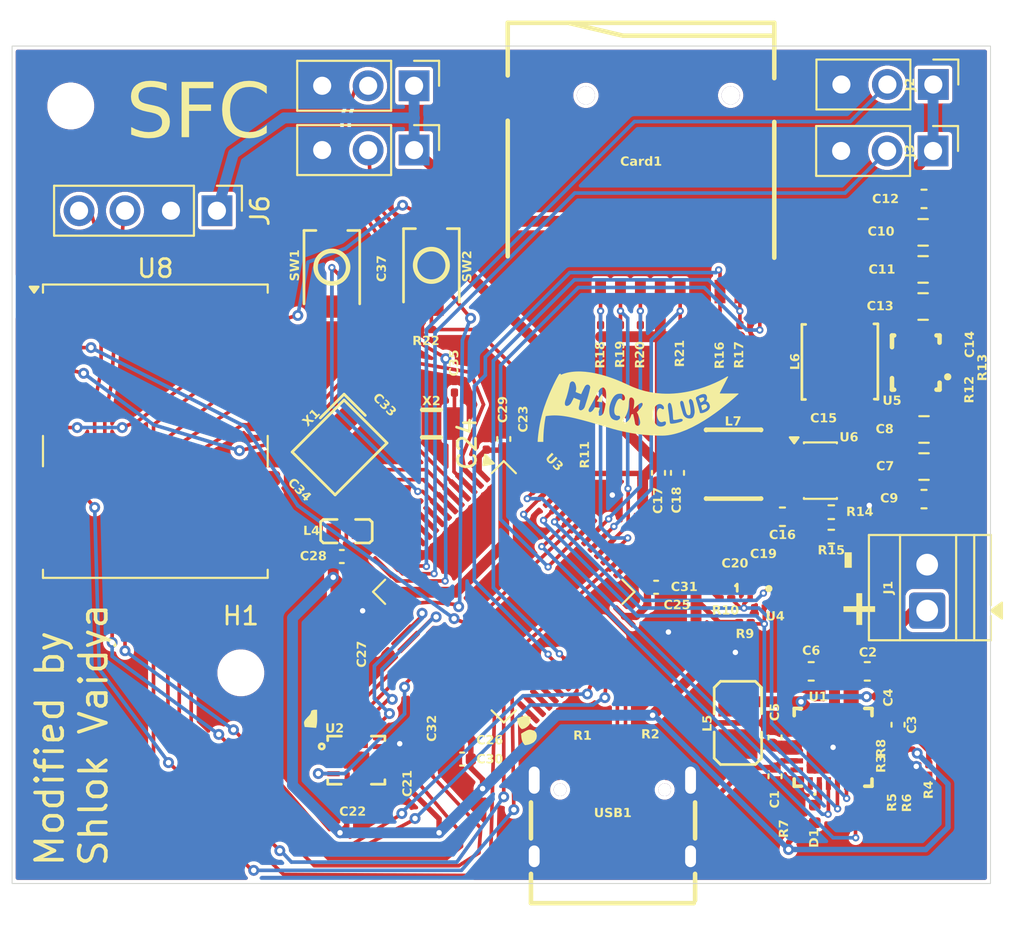
<source format=kicad_pcb>
(kicad_pcb (version 20241229) (generator "pcbnew") (generator_version "9.0")
  (layers (0 "F.Cu" signal) (2 "B.Cu" signal) (13 "F.Paste" user) (15 "B.Paste" user) (5 "F.SilkS" user "F.Silkscreen") (7 "B.SilkS" user "B.Silkscreen") (1 "F.Mask" user) (3 "B.Mask" user) (25 "Edge.Cuts" user))
  (net 0 "")
  (net 1 "VBUS")
  (net 2 "BAT+")
  (net 3 "GND")
  (net 4 "VREGN")
  (net 5 "Net-(U1-BTST)")
  (net 6 "/BTST")
  (net 7 "Net-(C5-Pad1)")
  (net 8 "VSYS")
  (net 9 "+5V")
  (net 10 "Net-(U5-Vaux)")
  (net 11 "Net-(U6-SW)")
  (net 12 "Net-(U6-CB)")
  (net 13 "+3.3V")
  (net 14 "Net-(U3-VCAP_1)")
  (net 15 "/HSE_IN")
  (net 16 "/HSE_OUT")
  (net 17 "/LSE_IN")
  (net 18 "/LSE_OUT")
  (net 19 "/RESET")
  (net 20 "/SD_DAT1")
  (net 21 "/SD_DAT0")
  (net 22 "/SD_CD")
  (net 23 "/SD_DAT2")
  (net 24 "/SD_DAT3")
  (net 25 "/SD_CLK")
  (net 26 "/SD_CMD")
  (net 27 "Net-(D1-K)")
  (net 28 "Net-(D1-A)")
  (net 29 "/SERVO1")
  (net 30 "/SERVO2")
  (net 31 "Net-(U3-VDDA)")
  (net 32 "Net-(U5-L1)")
  (net 33 "Net-(U5-L2)")
  (net 34 "Net-(USB1-CC1)")
  (net 35 "Net-(USB1-CC2)")
  (net 36 "Net-(U1-ILIM)")
  (net 37 "Net-(U1-TS)")
  (net 38 "/BQ_PG")
  (net 39 "/I2C_SDA")
  (net 40 "/I2C_SCL")
  (net 41 "/BQ_INT")
  (net 42 "Net-(U5-EN)")
  (net 43 "Net-(U5-PG)")
  (net 44 "Net-(U6-FB)")
  (net 45 "/BOOT")
  (net 49 "/BQ_CE")
  (net 50 "/ICM_INT1")
  (net 55 "/ICM_CS")
  (net 56 "/ICM_SCK")
  (net 57 "/ICM_INT2")
  (net 59 "/ICM_SDO")
  (net 60 "/ICM_SDI")
  (net 63 "/CAM_RX")
  (net 70 "/SERVO3")
  (net 72 "/SERVO4")
  (net 73 "/USB_DP")
  (net 74 "Net-(U8-~{SAFEBOOT})")
  (net 75 "Net-(U8-D_SEL)")
  (net 76 "/GPS_SDA")
  (net 78 "/BMP_INT")
  (net 79 "/USB_DN")
  (net 81 "/GPS_EXTINT")
  (net 86 "/CAM_TX")
  (net 87 "/GPS_RESET")
  (net 88 "/GPS_TimePulse")
  (net 89 "/GPS_SCL")
  (net 90 "/GPS_TXD")
  (net 91 "/GPS_RXD")
  (footprint "Capacitor_SMD:C_0402_1005Metric" (layer "F.Cu") (at 170.44 126.2 90)
    (property "Reference" "C5")
    (property "Value" "10uF")
  )
  (footprint "Capacitor_SMD:C_0201_0603Metric" (layer "F.Cu") (at 144.626777 112.071142 135)
    (property "Reference" "C34")
    (property "Value" "20pF")
  )
  (footprint "Resistor_SMD:R_0201_0603Metric" (layer "F.Cu") (at 177.74 128.7 90)
    (property "Reference" "R6")
    (property "Value" "10K")
  )
  (footprint "Resistor_SMD:R_0201_0603Metric" (layer "F.Cu") (at 130.1496 100.1776)
    (property "Reference" "R24" (hide yes))
    (property "Value" "10K" (hide yes))
  )
  (footprint "lcsc:CRYSTAL-SMD_4P-L3.2-W2.5-BL" (layer "F.Cu") (at 146.376777 110.171142 -135)
    (property "Reference" "X1")
    (property "Value" "X322525MOB4SI")
  )
  (footprint "Resistor_SMD:R_0201_0603Metric" (layer "F.Cu") (at 177.34 126.85)
    (property "Reference" "R8")
    (property "Value" "10K")
  )
  (footprint "Resistor_SMD:R_0201_0603Metric" (layer "F.Cu") (at 163 103.725 -90)
    (property "Reference" "R20")
    (property "Value" "10K")
  )
  (footprint "Capacitor_SMD:C_0201_0603Metric" (layer "F.Cu") (at 148.3 121.65 -90)
    (property "Reference" "C27")
    (property "Value" "100nF")
  )
  (footprint "MountingHole:MountingHole_2.2mm_M2" (layer "F.Cu") (at 131.5212 91.2876)
    (property "Reference" "H2" (hide yes))
    (property "Value" "MountingHole" (hide yes))
  )
  (footprint "Capacitor_SMD:C_0402_1005Metric" (layer "F.Cu") (at 170.44 128.35 -90)
    (property "Reference" "C1")
    (property "Value" "1uF")
  )
  (footprint "TerminalBlock:TerminalBlock_Xinya_XY308-2.54-2P_1x02_P2.54mm_Horizontal" (layer "F.Cu") (at 178.85 119.19 90)
    (property "Reference" "J1")
    (property "Value" "Screw_Terminal_01x02")
  )
  (footprint "Capacitor_SMD:C_0402_1005Metric" (layer "F.Cu") (at 146.5 116.2)
    (property "Reference" "C28")
    (property "Value" "1uF")
  )
  (footprint "lcsc:USB-C-SMD_TYPE-C-6PIN-2MD-073" (layer "F.Cu") (at 161.453434 130.396569)
    (property "Reference" "USB1")
    (property "Value" "TYPE-C 16PIN 2MD(073)")
  )
  (footprint "Capacitor_SMD:C_0603_1608Metric" (layer "F.Cu") (at 178.675 113.025)
    (property "Reference" "C9")
    (property "Value" "10uF")
  )
  (footprint "lcsc:VFQFPN-24_L4.0-W4.0-P0.50-BL-EP2.8" (layer "F.Cu") (at 173.64 126.75)
    (property "Reference" "U1")
    (property "Value" "BQ25883RGER")
  )
  (footprint "Capacitor_SMD:C_0201_0603Metric" (layer "F.Cu") (at 169.8 116.725)
    (property "Reference" "C19")
    (property "Value" "100nF")
  )
  (footprint "Capacitor_SMD:C_0402_1005Metric" (layer "F.Cu") (at 163.87 117.9)
    (property "Reference" "C31")
    (property "Value" "10uF")
  )
  (footprint "Capacitor_SMD:C_0805_2012Metric" (layer "F.Cu") (at 178.675 109.175)
    (property "Reference" "C8")
    (property "Value" "10uF")
  )
  (footprint "Capacitor_SMD:C_0805_2012Metric" (layer "F.Cu") (at 178.675 111.225)
    (property "Reference" "C7")
    (property "Value" "10uF")
  )
  (footprint "Capacitor_SMD:C_0201_0603Metric" (layer "F.Cu") (at 153.35 126.35 180)
    (property "Reference" "C26")
    (property "Value" "100nF")
  )
  (footprint "Capacitor_SMD:C_0603_1608Metric" (layer "F.Cu") (at 172.44 122.55 180)
    (property "Reference" "C6")
    (property "Value" "44uF")
  )
  (footprint "RF_GPS:ublox_NEO" (layer "F.Cu") (at 136.1948 109.2708)
    (property "Reference" "U8")
    (property "Value" "NEO-M9N")
  )
  (footprint "LED_SMD:LED_0402_1005Metric" (layer "F.Cu") (at 172.64 130.4325 -90)
    (property "Reference" "D1")
    (property "Value" "LED")
  )
  (footprint "Capacitor_SMD:C_0805_2012Metric" (layer "F.Cu") (at 178.625 98.275)
    (property "Reference" "C10")
    (property "Value" "22uF")
  )
  (footprint "Resistor_SMD:R_0201_0603Metric" (layer "F.Cu") (at 168.775 119.85 180)
    (property "Reference" "R9")
    (property "Value" "10K")
  )
  (footprint "lcsc:LGA-14_L3.0-W2.5-P0.50-TL" (layer "F.Cu") (at 147.3 127.46)
    (property "Reference" "U2")
    (property "Value" "ICM-45686")
  )
  (footprint "lcsc:IND-SMD_L3.0-W3.0" (layer "F.Cu") (at 168.15 111.1)
    (property "Reference" "L7")
    (property "Value" "YHNR3015-5R6M")
  )
  (footprint "Resistor_SMD:R_0201_0603Metric" (layer "F.Cu") (at 171.625 131.25 -90)
    (property "Reference" "R7")
    (property "Value" "10K")
  )
  (footprint "Resistor_SMD:R_0201_0603Metric" (layer "F.Cu") (at 180.525 106.97 -90)
    (property "Reference" "R12")
    (property "Value" "10K")
  )
  (footprint "Capacitor_SMD:C_0402_1005Metric" (layer "F.Cu") (at 153.15 127.4 180)
    (property "Reference" "C30")
    (property "Value" "1uF")
  )
  (footprint "Capacitor_SMD:C_0402_1005Metric" (layer "F.Cu") (at 177.24 125.5 90)
    (property "Reference" "C3")
    (property "Value" "10uF")
  )
  (footprint "Resistor_SMD:R_0201_0603Metric" (layer "F.Cu") (at 178.94 128 90)
    (property "Reference" "R4")
    (property "Value" "5.23K")
  )
  (footprint "Resistor_SMD:R_0201_0603Metric" (layer "F.Cu") (at 177.35 127.6)
    (property "Reference" "R3")
    (property "Value" "383")
  )
  (footprint "Capacitor_SMD:C_0603_1608Metric" (layer "F.Cu") (at 178.675 96.425)
    (property "Reference" "C12")
    (property "Value" "10uF")
  )
  (footprint "Capacitor_SMD:C_0201_0603Metric" (layer "F.Cu") (at 152.15 125.75 -90)
    (property "Reference" "C32")
    (property "Value" "2.2uF")
  )
  (footprint "lcsc:VQFN-HR-15_L3.0-W2.5-P0.50-BL_TPS63070RNMR" (layer "F.Cu") (at 178.355 105.475 90)
    (property "Reference" "U5")
    (property "Value" "TPS63070RNMR")
  )
  (footprint "lcsc:IND-SMD_L4.0-W4.0-A" (layer "F.Cu") (at 174.025 105.425 -90)
    (property "Reference" "L6")
    (property "Value" "XFL4020-152MEC")
  )
  (footprint "Resistor_SMD:R_0201_0603Metric" (layer "F.Cu") (at 163.553434 126.729069)
    (property "Reference" "R2")
    (property "Value" "5.1K")
  )
  (footprint "Connector_PinHeader_2.54mm:PinHeader_1x03_P2.54mm_Vertical" (layer "F.Cu") (at 150.495 93.726 -90)
    (property "Reference" "J5" (hide yes))
    (property "Value" "Conn_01x03")
  )
  (footprint "Capacitor_SMD:C_0201_0603Metric" (layer "F.Cu") (at 154.4828 109.9714 90)
    (property "Reference" "C24")
    (property "Value" "100nF")
  )
  (footprint "Package_QFP:LQFP-64_10x10mm_P0.5mm" (layer "F.Cu") (at 155.45 118.15 -45)
    (property "Reference" "U3")
    (property "Value" "STM32F722RETx")
  )
  (footprint "Capacitor_SMD:C_0201_0603Metric" (layer "F.Cu") (at 148.326777 108.321142 -45)
    (property "Reference" "C33")
    (property "Value" "20pF")
  )
  (footprint "Connector_PinHeader_2.54mm:PinHeader_1x03_P2.54mm_Vertical" (layer "F.Cu") (at 179.175 93.775 -90)
    (property "Reference" "J3")
    (property "Value" "Conn_01x03")
  )
  (footprint "lcsc:L0603" (layer "F.Cu") (at 146.75 114.8 180)
    (property "Reference" "L4")
    (property "Value" "FCM1608KF-601T03")
  )
  (footprint "Capacitor_SMD:C_0201_0603Metric" (layer "F.Cu") (at 168.225 117.25 180)
    (property "Reference" "C20")
    (property "Value" "100nF")
  )
  (footprint "Capacitor_SMD:C_0201_0603Metric" (layer "F.Cu") (at 148.07 100.28 -90)
    (property "Reference" "C37")
    (property "Value" "100nF")
  )
  (footprint "Resistor_SMD:R_0201_0603Metric" (layer "F.Cu") (at 161.9 103.725 -90)
    (property "Reference" "R19")
    (property "Value" "10K")
  )
  (footprint "lcsc:SW-SMD_L3.9-W3.0-P4.45" (layer "F.Cu") (at 145.95 100.2 -90)
    (property "Reference" "SW1")
    (property "Value" "TS-1088-AR02016")
  )
  (footprint "Capacitor_SMD:C_0201_0603Metric" (layer "F.Cu") (at 149.5 128.75 -90)
    (property "Reference" "C21")
    (property "Value" "100nF")
  )
  (footprint "Resistor_SMD:R_0201_0603Metric" (layer "F.Cu") (at 168.5 103.725 -90)
    (property "Reference" "R17")
    (property "Value" "10K")
  )
  (footprint "Resistor_SMD:R_0201_0603Metric" (layer "F.Cu") (at 160.8 103.725 -90)
    (property "Reference" "R18")
    (property "Value" "10K")
  )
  (footprint "Resistor_SMD:R_0402_1005Metric" (layer "F.Cu") (at 173.55 113.75 180)
    (property "Reference" "R14")
    (property "Value" "100K")
  )
  (footprint "lcsc:L2520" (layer "F.Cu") (at 168.39 125.4 -90)
    (property "Reference" "L5")
    (property "Value" "DFE252012F-1R0M=P2")
  )
  (footprint "Capacitor_SMD:C_0402_1005Metric" (layer "F.Cu") (at 164 111.575 -90)
    (property "Reference" "C17")
    (property "Value" "22uF")
  )
  (footprint "Resistor_SMD:R_0201_0603Metric" (layer "F.Cu") (at 132.014 100.1776)
    (property "Reference" "R23" (hide yes))
    (property "Value" "10K" (hide yes))
  )
  (footprint "lcsc:FC-135R_L3.2-W1.5" (layer "F.Cu") (at 151.45 108.85 180)
    (property "Reference" "X2")
    (property "Value" "Q13FC1350000400")
  )
  (footprint "lcsc:TF-SMD_TF-01A" (layer "F.Cu") (at 163.04 96.27 180)
    (property "Reference" "Card1")
    (property "Value" "TF-01A")
  )
  (footprint "Capacitor_SMD:C_0201_0603Metric" (layer "F.Cu") (at 176.04 124.25 -90)
    (property "Reference" "C4")
    (property "Value" "47nF")
  )
  (footprint "Resistor_SMD:R_0201_0603Metric" (layer "F.Cu") (at 176.94 128.7 90)
    (property "Reference" "R5")
    (property "Value" "30.1K")
  )
  (footprint "Connector_PinHeader_2.54mm:PinHeader_1x04_P2.54mm_Vertical" (layer "F.Cu") (at 139.5984 97.0788 -90)
    (property "Reference" "J6")
    (property "Value" "Conn_01x04" (hide yes))
  )
  (footprint "Capacitor_SMD:C_0402_1005Metric" (layer "F.Cu") (at 155.45 109.7 90)
    (property "Reference" "C29")
    (property "Value" "1uF")
  )
  (footprint "Capacitor_SMD:C_0201_0603Metric" (layer "F.Cu") (at 152.725 106.815 90)
    (property "Reference" "C35")
    (property "Value" "6.8pF")
  )
  (footprint "lcsc:LGA-10_L2.0-W2.0-P0.50-TL_BMP580" (layer "F.Cu") (at 169.85 118.225)
    (property "Reference" "U4")
    (property "Value" "BMP580")
  )
  (footprint "Capacitor_SMD:C_0201_0603Metric" (layer "F.Cu") (at 150.175 106.815 90)
    (property "Reference" "C36" (hide yes))
    (property "Value" "6.8pF")
  )
  (footprint "Package_TO_SOT_SMD:SOT-23-6" (layer "F.Cu") (at 172.95 111.45)
    (property "Reference" "U6")
    (property "Value" "LMR51430")
  )
  (footprint "Resistor_SMD:R_0201_0603Metric" (layer "F.Cu") (at 165.2 103.725 -90)
    (property "Reference" "R21")
    (property "Value" "10K")
  )
  (footprint "Connector_PinHeader_2.54mm:PinHeader_1x03_P2.54mm_Vertical" (layer "F.Cu") (at 150.495 90.17 -90)
    (property "Reference" "J4" (hide yes))
    (property "Value" "Conn_01x03")
  )
  (footprint "Capacitor_SMD:C_0201_0603Metric" (layer "F.Cu") (at 180.525 104.475 90)
    (property "Reference" "C14")
    (property "Value" "100nF")
  )
  (footprint "Resistor_SMD:R_0402_1005Metric" (layer "F.Cu") (at 173.55 115.1)
    (property "Reference" "R15")
    (property "Value" "22.1K")
  )
  (footprint "Capacitor_SMD:C_0201_0603Metric" (layer "F.Cu") (at 156.525 109.975 90)
    (property "Reference" "C23")
    (property "Value" "100nF")
  )
  (footprint "Capacitor_SMD:C_0805_2012Metric" (layer "F.Cu") (at 178.625 100.325)
    (property "Reference" "C11")
    (property "Value" "22uF")
  )
  (footprint "Resistor_SMD:R_0201_0603Metric" (layer "F.Cu") (at 180.875 105.725 180)
    (property "Reference" "R13")
    (property "Value" "10K")
  )
  (footprint "MountingHole:MountingHole_2.2mm_M2" (layer "F.Cu") (at 140.9192 122.6312)
    (property "Reference" "H1")
    (property "Value" "MountingHole")
  )
  (footprint "Capacitor_SMD:C_0201_0603Metric" (layer "F.Cu") (at 147.09 129.61)
    (property "Reference" "C22")
    (property "Value" "100nF")
  )
  (footprint "Resistor_SMD:R_0201_0603Metric" (layer "F.Cu") (at 151.15 103.65)
    (property "Reference" "R22")
    (property "Value" "10K")
  )
  (footprint "Resistor_SMD:R_0201_0603Metric" (layer "F.Cu") (at 159.808434 126.779069 180)
    (property "Reference" "R1")
    (property "Value" "5.1K")
  )
  (footprint "Capacitor_SMD:C_0402_1005Metric" (layer "F.Cu") (at 165.05 111.575 -90)
    (property "Reference" "C18")
    (property "Value" "22uF")
  )
  (footprint "Resistor_SMD:R_0201_0603Metric" (layer "F.Cu") (at 159.95 111.925 90)
    (property "Reference" "R11")
    (property "Value" "10K")
  )
  (footprint "Capacitor_SMD:C_0201_0603Metric" (layer "F.Cu") (at 173.13 109.25 180)
    (property "Reference" "C15")
    (property "Value" "100nF")
  )
  (footprint "lcsc:SW-SMD_L3.9-W3.0-P4.45" (layer "F.Cu") (at 151.45 100.1 -90)
    (property "Reference" "SW2")
    (property "Value" "TS-1088-AR02016")
  )
  (footprint "Capacitor_SMD:C_0805_2012Metric" (layer "F.Cu") (at 178.625 102.375)
    (property "Reference" "C13")
    (property "Value" "22uF")
  )
  (footprint "Capacitor_SMD:C_0201_0603Metric" (layer "F.Cu") (at 163.705 118.9)
    (property "Reference" "C25")
    (property "Value" "100nF")
  )
  (footprint "Resistor_SMD:R_0201_0603Metric" (layer "F.Cu") (at 167.4 103.725 -90)
    (property "Reference" "R16")
    (property "Value" "10K")
  )
  (footprint "Capacitor_SMD:C_0603_1608Metric" (layer "F.Cu") (at 175.54 122.55)
    (property "Reference" "C2")
    (property "Value" "10uF")
  )
  (footprint "Resistor_SMD:R_0201_0603Metric" (layer "F.Cu") (at 167.7 118.525 180)
    (property "Reference" "R10")
    (property "Value" "10K")
  )
  (footprint "Capacitor_SMD:C_0603_1608Metric" (layer "F.Cu") (at 170.85 114 180)
    (property "Reference" "C16")
    (property "Value" "2.2uF")
  )
  (footprint "Connector_PinHeader_2.54mm:PinHeader_1x03_P2.54mm_Vertical" (layer "F.Cu") (at 179.19 90.1 -90)
    (property "Reference" "J2")
    (property "Value" "Conn_01x03")
  )
  (gr_line (start 148.1836 96.4184) (end 147.955 93.726) (stroke (width 0.2)) (layer "F.Cu") (net 72))
  (gr_line (start 154.0764 132.588) (end 154.178 131.2164) (stroke (width 0.2)) (layer "F.Cu") (net 89))
  (gr_line (start 153.6192 119.9896) (end 152.7048 119.634) (stroke (width 0.2)) (layer "F.Cu") (net 88))
  (gr_line (start 140.0048 103.4288) (end 142.1892 103.4288) (stroke (width 0.2)) (layer "F.Cu") (net 13))
  (gr_line (start 150.4696 130.7592) (end 147.2184 132.4864) (stroke (width 0.2)) (layer "F.Cu") (net 63))
  (gr_line (start 145.7452 132.8928) (end 152.2984 132.8928) (stroke (width 0.2)) (layer "F.Cu") (net 76))
  (gr_line (start 151.7142 97.7646) (end 149.8092 96.7232) (stroke (width 0.2)) (layer "F.Cu") (net 13))
  (gr_line (start 140.0048 104.5972) (end 140.0048 105.0036) (stroke (width 0.2)) (layer "F.Cu") (net 13))
  (gr_line (start 136.0932 127.8636) (end 136.0932 108.9152) (stroke (width 0.2)) (layer "F.Cu") (net 91))
  (gr_line (start 177.8 96.393) (end 175.895 96.393) (stroke (width 0.6)) (layer "F.Cu") (net 9))
  (gr_line (start 161.1376 122.1232) (end 161.1376 122.7328) (stroke (width 0.2)) (layer "F.Cu") (net 63))
  (gr_line (start 173.5836 90.2208) (end 174.0916 90.2208) (stroke (width 0.2)) (layer "F.Cu") (net 3))
  (gr_line (start 154.178 131.2164) (end 151.5364 128.3716) (stroke (width 0.2)) (layer "F.Cu") (net 89))
  (gr_line (start 129.8448 100.1776) (end 128.7272 100.9904) (stroke (width 0.2)) (layer "F.Cu") (net 75))
  (gr_line (start 154.7368 132.4864) (end 154.6352 132.7404) (stroke (width 0.2)) (layer "F.Cu") (net 87))
  (gr_line (start 146.05 132.1816) (end 140.5636 125.7808) (stroke (width 0.2)) (layer "F.Cu") (net 86))
  (gr_line (start 153.162 110.6424) (end 153.2636 111.3028) (stroke (width 0.2)) (layer "F.Cu") (net 81))
  (gr_line (start 154.9908 122.8344) (end 154.7368 132.4864) (stroke (width 0.2)) (layer "F.Cu") (net 87))
  (gr_line (start 160.2232 123.3932) (end 160.0708 123.7996) (stroke (width 0.2)) (layer "F.Cu") (net 86))
  (gr_line (start 145.8976 132.5372) (end 139.7 126.0348) (stroke (width 0.2)) (layer "F.Cu") (net 63))
  (gr_line (start 150.876 125.1204) (end 150.876 128.8796) (stroke (width 0.2)) (layer "F.Cu") (net 76))
  (gr_line (start 140.1064 105.8164) (end 142.1892 105.5116) (stroke (width 0.2)) (layer "F.Cu") (net 91))
  (gr_line (start 150.4188 105.4608) (end 153.6192 106.0196) (stroke (width 0.2)) (layer "F.Cu") (net 81))
  (gr_line (start 140.0048 105.0036) (end 135.2296 108.712) (stroke (width 0.2)) (layer "F.Cu") (net 13))
  (gr_line (start 155.9052 123.5964) (end 156.0068 130.2004) (stroke (width 0.2)) (layer "F.Cu") (net 91))
  (gr_line (start 149.5425 117.5512) (end 148.7424 116.7892) (stroke (width 0.2)) (layer "F.Cu") (net 70))
  (gr_line (start 155.448 123.0376) (end 156.21 122.1232) (stroke (width 0.2)) (layer "F.Cu") (net 90))
  (gr_line (start 133.1976 99.1108) (end 132.5372 96.8248) (stroke (width 0.2)) (layer "F.Cu") (net 63))
  (gr_line (start 155.448 129.4892) (end 155.448 123.0376) (stroke (width 0.2)) (layer "F.Cu") (net 90))
  (gr_line (start 157.6324 122.7836) (end 156.464 122.7836) (stroke (width 0.2)) (layer "F.Cu") (net 91))
  (gr_line (start 154.3304 107.7976) (end 153.162 110.6424) (stroke (width 0.2)) (layer "F.Cu") (net 81))
  (gr_line (start 170.8404 90.9828) (end 173.5836 90.2208) (stroke (width 0.2)) (layer "F.Cu") (net 3))
  (gr_line (start 152.2095 117.5512) (end 149.5425 117.5512) (stroke (width 0.2)) (layer "F.Cu") (net 70))
  (gr_line (start 142.24 106.68) (end 140.6652 106.68) (stroke (width 0.2)) (layer "F.Cu") (net 90))
  (gr_line (start 160.6804 122.3264) (end 160.6804 122.7328) (stroke (width 0.2)) (layer "F.Cu") (net 86))
  (gr_line (start 135.2296 108.712) (end 134.366 109.0676) (stroke (width 0.2)) (layer "F.Cu") (net 13))
  (gr_line (start 146.7104 95.6056) (end 148.9964 99.2632) (stroke (width 0.2)) (layer "F.Cu") (net 70))
  (gr_line (start 154.6352 132.7404) (end 153.3906 133.8326) (stroke (width 0.2)) (layer "F.Cu") (net 87))
  (gr_line (start 160.3248 121.92) (end 160.6804 122.3264) (stroke (width 0.2)) (layer "F.Cu") (net 86))
  (gr_line (start 142.1384 104.5972) (end 140.0048 104.5972) (stroke (width 0.2)) (layer "F.Cu") (net 13))
  (gr_line (start 133.8072 113.3348) (end 132.842 112.268) (stroke (width 0.2)) (layer "F.Cu") (net 63))
  (gr_line (start 133.4008 108.56595) (end 133.7564 106.7308) (stroke (width 0.2)) (layer "F.Cu") (net 86))
  (gr_line (start 152.7048 123.3424) (end 151.9936 124.1044) (stroke (width 0.2)) (layer "F.Cu") (net 76))
  (gr_line (start 132.842 112.268) (end 132.842 107.6452) (stroke (width 0.2)) (layer "F.Cu") (net 63))
  (gr_line (start 149.86 130.4036) (end 146.9644 132.1816) (stroke (width 0.2)) (layer "F.Cu") (net 86))
  (gr_line (start 132.2324 106.0704) (end 130.1496 105.5624) (stroke (width 0.2)) (layer "F.Cu") (net 81))
  (gr_line (start 143.4084 109.7788) (end 146.558 106.426) (stroke (width 0.2)) (layer "F.Cu") (net 81))
  (gr_line (start 134.5184 113.3856) (end 133.4008 112.1791) (stroke (width 0.2)) (layer "F.Cu") (net 86))
  (gr_line (start 161.9504 116.2304) (end 155.8544 121.7168) (stroke (width 0.2)) (layer "F.Cu") (net 87))
  (gr_line (start 153.8224 111.9124) (end 153.2636 111.3028) (stroke (width 0.2)) (layer "F.Cu") (net 81))
  (gr_line (start 141.0208 108.9152) (end 138.176 110.6424) (stroke (width 0.2)) (layer "F.Cu") (net 76))
  (gr_line (start 152.9588 133.2992) (end 154.0764 132.588) (stroke (width 0.2)) (layer "F.Cu") (net 89))
  (gr_line (start 153.3906 133.8326) (end 143.2814 133.7818) (stroke (width 0.2)) (layer "F.Cu") (net 87))
  (gr_line (start 161.1376 122.7328) (end 161.036 124.0028) (stroke (width 0.2)) (layer "F.Cu") (net 63))
  (gr_line (start 137.5156 125.7808) (end 144.9832 133.2992) (stroke (width 0.2)) (layer "F.Cu") (net 89))
  (gr_line (start 144.9832 133.2992) (end 152.9588 133.2992) (stroke (width 0.2)) (layer "F.Cu") (net 89))
  (gr_line (start 136.8044 109.6772) (end 136.906 126.3396) (stroke (width 0.2)) (layer "F.Cu") (net 90))
  (gr_line (start 141.6304 133.6548) (end 136.0932 127.8636) (stroke (width 0.2)) (layer "F.Cu") (net 91))
  (gr_line (start 143.2814 133.7818) (end 136.906 127.5588) (stroke (width 0.2)) (layer "F.Cu") (net 87))
  (gr_line (start 153.0604 123.698) (end 151.384 125.3744) (stroke (width 0.2)) (layer "F.Cu") (net 89))
  (gr_line (start 131.7244 100.1776) (end 130.4036 102.1588) (stroke (width 0.2)) (layer "F.Cu") (net 74))
  (gr_line (start 151.5364 128.3716) (end 151.3332 126.9492) (stroke (width 0.2)) (layer "F.Cu") (net 89))
  (gr_line (start 137.5156 109.982) (end 137.5156 125.7808) (stroke (width 0.2)) (layer "F.Cu") (net 89))
  (gr_line (start 142.1892 103.4288) (end 144.1704 102.8192) (stroke (width 0.2)) (layer "F.Cu") (net 13))
  (gr_line (start 153.5684 111.6076) (end 153.8224 111.9124) (stroke (width 0.2)) (layer "F.Cu") (net 81))
  (gr_line (start 174.625 97.663) (end 154.94 97.663) (stroke (width 0.6)) (layer "F.Cu") (net 9))
  (gr_line (start 151.9936 124.1044) (end 150.876 125.1204) (stroke (width 0.2)) (layer "F.Cu") (net 76))
  (gr_line (start 151.3332 126.9492) (end 151.384 126.0348) (stroke (width 0.2)) (layer "F.Cu") (net 89))
  (gr_line (start 175.895 96.393) (end 174.625 97.663) (stroke (width 0.6)) (layer "F.Cu") (net 9))
  (gr_line (start 130.1496 111.8108) (end 131.3688 111.8108) (stroke (width 0.2)) (layer "F.Cu") (net 87))
  (gr_line (start 156.464 122.7836) (end 155.9052 123.5964) (stroke (width 0.2)) (layer "F.Cu") (net 91))
  (gr_line (start 153.6192 106.0196) (end 154.3304 107.7976) (stroke (width 0.2)) (layer "F.Cu") (net 81))
  (gr_line (start 152.2984 105.2576) (end 149.5044 103.632) (stroke (width 0.2)) (layer "F.Cu") (net 70))
  (gr_line (start 147.3708 89.9668) (end 146.7104 91.8972) (stroke (width 0.2)) (layer "F.Cu") (net 70))
  (gr_line (start 140.0048 104.5972) (end 140.0048 103.4288) (stroke (width 0.2)) (layer "F.Cu") (net 13))
  (gr_line (start 146.558 106.426) (end 150.4188 105.4608) (stroke (width 0.2)) (layer "F.Cu") (net 81))
  (gr_line (start 146.7104 91.8972) (end 146.7104 95.6056) (stroke (width 0.2)) (layer "F.Cu") (net 70))
  (gr_line (start 160.6804 122.7328) (end 160.2232 123.3932) (stroke (width 0.2)) (layer "F.Cu") (net 86))
  (gr_line (start 150.876 128.8796) (end 153.1112 131.5212) (stroke (width 0.2)) (layer "F.Cu") (net 76))
  (gr_line (start 128.7272 100.9904) (end 128.7272 102.2096) (stroke (width 0.2)) (layer "F.Cu") (net 75))
  (gr_line (start 132.6388 104.648) (end 130.2004 104.648) (stroke (width 0.2)) (layer "F.Cu") (net 88))
  (gr_line (start 154.94 97.663) (end 150.495 93.726) (stroke (width 0.6)) (layer "F.Cu") (net 9))
  (gr_line (start 134.5184 121.412) (end 134.5184 113.3856) (stroke (width 0.2)) (layer "F.Cu") (net 86))
  (gr_line (start 148.9964 99.2632) (end 149.5044 103.632) (stroke (width 0.2)) (layer "F.Cu") (net 70))
  (gr_line (start 140.97 107.7468) (end 137.5156 109.982) (stroke (width 0.2)) (layer "F.Cu") (net 89))
  (gr_line (start 153.1112 132.2324) (end 153.1112 131.5212) (stroke (width 0.2)) (layer "F.Cu") (net 76))
  (gr_line (start 133.1976 105.9688) (end 133.1976 99.1108) (stroke (width 0.2)) (layer "F.Cu") (net 63))
  (gr_line (start 140.6652 106.68) (end 136.8044 109.6772) (stroke (width 0.2)) (layer "F.Cu") (net 90))
  (gr_line (start 136.0932 108.9152) (end 140.1064 105.8164) (stroke (width 0.2)) (layer "F.Cu") (net 91))
  (gr_line (start 142.2908 107.7468) (end 140.97 107.7468) (stroke (width 0.2)) (layer "F.Cu") (net 89))
  (gr_line (start 160.3756 121.3104) (end 161.1376 122.1232) (stroke (width 0.2)) (layer "F.Cu") (net 63))
  (gr_line (start 151.384 118.7196) (end 153.0096 118.872) (stroke (width 0.2)) (layer "F.Cu") (net 72))
  (gr_line (start 133.7564 106.7308) (end 134.4168 97.6884) (stroke (width 0.2)) (layer "F.Cu") (net 86))
  (gr_line (start 132.842 107.6452) (end 133.1976 105.9688) (stroke (width 0.2)) (layer "F.Cu") (net 63))
  (gr_line (start 151.384 126.0348) (end 151.384 125.4252) (stroke (width 0.2)) (layer "F.Cu") (net 89))
  (gr_line (start 149.4536 118.872) (end 151.384 118.7196) (stroke (width 0.2)) (layer "F.Cu") (net 72))
  (gr_line (start 174.0916 93.218) (end 174.0916 93.6752) (stroke (width 0.2)) (layer "F.Cu") (net 3))
  (gr_line (start 158.2928 123.3932) (end 157.6324 122.7836) (stroke (width 0.2)) (layer "F.Cu") (net 91))
  (gr_line (start 131.3688 111.8108) (end 132.842 113.4872) (stroke (width 0.2)) (layer "F.Cu") (net 87))
  (gr_line (start 133.8072 113.5634) (end 133.8072 113.3348) (stroke (width 0.2)) (layer "F.Cu") (net 63))
  (gr_line (start 155.8544 121.7168) (end 154.9908 122.8344) (stroke (width 0.2)) (layer "F.Cu") (net 87))
  (gr_line (start 133.4008 112.1664) (end 133.4008 108.56595) (stroke (width 0.2)) (layer "F.Cu") (net 86))
  (gr_line (start 159.7152 114.1984) (end 153.6192 119.9896) (stroke (width 0.2)) (layer "F.Cu") (net 88))
  (gr_line (start 136.906435 126.41094) (end 143.0528 132.4356) (stroke (width 0.2)) (layer "F.Cu") (net 90))
  (gr_line (start 153.6192 103.0224) (end 148.1836 96.4184) (stroke (width 0.2)) (layer "F.Cu") (net 72))
  (gr_line (start 138.176 125.476) (end 145.7452 132.8928) (stroke (width 0.2)) (layer "F.Cu") (net 76))
  (gr_line (start 157.734 122.2756) (end 158.5976 123.0376) (stroke (width 0.2)) (layer "F.Cu") (net 90))
  (gr_line (start 133.8072 120.9548) (end 133.8072 113.5634) (stroke (width 0.2)) (layer "F.Cu") (net 63))
  (gr_line (start 147.2184 132.4864) (end 145.891198 132.530848) (stroke (width 0.2)) (layer "F.Cu") (net 63))
  (gr_line (start 152.2984 132.8928) (end 153.1112 132.2324) (stroke (width 0.2)) (layer "F.Cu") (net 76))
  (gr_line (start 138.176 110.6424) (end 138.176 125.476) (stroke (width 0.2)) (layer "F.Cu") (net 76))
  (gr_line (start 146.9644 132.1816) (end 146.05 132.1816) (stroke (width 0.2)) (layer "F.Cu") (net 86))
  (gr_line (start 148.7424 119.5324) (end 149.4536 118.872) (stroke (width 0.2)) (layer "F.Cu") (net 72))
  (gr_line (start 140.8684 110.3376) (end 143.4084 109.7788) (stroke (width 0.2)) (layer "F.Cu") (net 81))
  (gr_line (start 157.734 122.2756) (end 156.21 122.1232) (stroke (width 0.2)) (layer "F.Cu") (net 90))
  (gr_line (start 174.0916 90.2208) (end 174.0916 93.218) (stroke (width 0.2)) (layer "F.Cu") (net 3))
  (gr_line (start 142.24 108.9152) (end 141.0208 108.9152) (stroke (width 0.2)) (layer "F.Cu") (net 76))
  (gr_line (start 128.7272 102.2096) (end 128.7272 102.6668) (stroke (width 0.2)) (layer "F.Cu") (net 75))
  (gr_line (start 128.7272 102.6668) (end 130.2512 103.4288) (stroke (width 0.2)) (layer "F.Cu") (net 75))
  (gr_line (start 131.8768 109.0676) (end 130.6068 109.0676) (stroke (width 0.2)) (layer "F.Cu") (net 13))
  (gr_line (start 156.0068 130.2004) (end 153.1112 133.5532) (stroke (width 0.2)) (layer "B.Cu") (net 91))
  (gr_line (start 152.2476 117.5512) (end 152.1968 105.2068) (stroke (width 0.2)) (layer "B.Cu") (net 70))
  (gr_line (start 156.5148 123.9012) (end 149.7584 130.4036) (stroke (width 0.2)) (layer "B.Cu") (net 86))
  (gr_line (start 161.036 123.952) (end 160.3756 124.4092) (stroke (width 0.2)) (layer "B.Cu") (net 63))
  (gr_line (start 144.6276 99.9236) (end 144.0688 102.87) (stroke (width 0.2)) (layer "B.Cu") (net 13))
  (gr_line (start 143.7132 133.096) (end 143.1036 132.4356) (stroke (width 0.2)) (layer "B.Cu") (net 90))
  (gr_line (start 149.9108 96.6724) (end 146.7104 99.1616) (stroke (width 0.2)) (layer "B.Cu") (net 13))
  (gr_line (start 136.0932 108.9152) (end 132.2324 106.0704) (stroke (width 0.2)) (layer "B.Cu") (net 81))
  (gr_line (start 160.3756 124.4092) (end 156.9212 124.4092) (stroke (width 0.2)) (layer "B.Cu") (net 63))
  (gr_line (start 133.8072 121.7168) (end 133.8072 120.8532) (stroke (width 0.2)) (layer "B.Cu") (net 63))
  (gr_line (start 141.1732 109.0168) (end 132.6388 104.648) (stroke (width 0.2)) (layer "B.Cu") (net 88))
  (gr_line (start 149.86 96.774) (end 149.7076 96.774) (stroke (width 0.2)) (layer "B.Cu") (net 13))
  (gr_line (start 143.3068 91.948) (end 140.5128 93.9292) (stroke (width 0.6)) (layer "B.Cu") (net 9))
  (gr_line (start 139.7 126.0348) (end 133.8072 121.7168) (stroke (width 0.2)) (layer "B.Cu") (net 63))
  (gr_line (start 152.7048 119.634) (end 144.0688 113.3856) (stroke (width 0.2)) (layer "B.Cu") (net 88))
  (gr_line (start 153.162 104.2416) (end 153.6192 103.0224) (stroke (width 0.2)) (layer "B.Cu") (net 72))
  (gr_line (start 146.7104 99.1616) (end 144.6276 99.9236) (stroke (width 0.2)) (layer "B.Cu") (net 13))
  (gr_line (start 134.3152 109.0676) (end 131.8768 109.0676) (stroke (width 0.2)) (layer "B.Cu") (net 13))
  (gr_line (start 144.0688 113.3856) (end 141.1732 109.0168) (stroke (width 0.2)) (layer "B.Cu") (net 88))
  (gr_line (start 150.5204 91.948) (end 143.3068 91.948) (stroke (width 0.6)) (layer "B.Cu") (net 9))
  (gr_line (start 140.843 110.343188) (end 136.0932 108.9152) (stroke (width 0.2)) (layer "B.Cu") (net 81))
  (gr_line (start 133.096 122.428) (end 132.842 113.4872) (stroke (width 0.2)) (layer "B.Cu") (net 87))
  (gr_line (start 143.7132 133.096) (end 152.8572 133.096) (stroke (width 0.2)) (layer "B.Cu") (net 90))
  (gr_line (start 160.0708 123.7996) (end 156.5148 123.9012) (stroke (width 0.2)) (layer "B.Cu") (net 86))
  (gr_line (start 136.906 127.5588) (end 133.096 122.428) (stroke (width 0.2)) (layer "B.Cu") (net 87))
  (gr_line (start 152.8572 133.096) (end 155.448 129.4892) (stroke (width 0.2)) (layer "B.Cu") (net 90))
  (gr_line (start 156.9212 124.4092) (end 150.4696 130.7592) (stroke (width 0.2)) (layer "B.Cu") (net 63))
  (gr_line (start 153.1112 133.5532) (end 141.6304 133.5532) (stroke (width 0.2)) (layer "B.Cu") (net 91))
  (gr_line (start 140.5128 125.7808) (end 134.5184 121.412) (stroke (width 0.2)) (layer "B.Cu") (net 86))
  (gr_line (start 140.5128 93.9292) (end 139.5984 97.1296) (stroke (width 0.6)) (layer "B.Cu") (net 9))
  (gr_line (start 153.0096 118.872) (end 153.162 104.2416) (stroke (width 0.2)) (layer "B.Cu") (net 72))
  (gr_poly (pts (xy 166.452961 107.406313) (xy 166.460707 107.407038) (xy 166.464467 107.407593) (xy 166.468147 107.40828) (xy 166.471747 107.409103) (xy 166.475263 107.410065) (xy 166.478695 107.41117) (xy 166.482039 107.412421) (xy 166.485294 107.413822) (xy 166.488458 107.415376) (xy 166.491529 107.417087) (xy 166.494504 107.418958) (xy 166.497381 107.420992) (xy 166.50016 107.423193) (xy 166.502836 107.425565) (xy 166.505409 107.428111) (xy 166.507876 107.430834) (xy 166.510235 107.433737) (xy 166.512484 107.436825) (xy 166.514621 107.440101) (xy 166.516645 107.443568) (xy 166.518552 107.447229) (xy 166.52034 107.451088) (xy 166.522009 107.455149) (xy 166.523555 107.459415) (xy 166.524977 107.46389) (xy 166.526272 107.468576) (xy 166.527439 107.473478) (xy 166.529227 107.48484) (xy 166.529612 107.496013) (xy 166.528681 107.506983) (xy 166.526523 107.51774) (xy 166.523226 107.528274) (xy 166.518879 107.538572) (xy 166.513569 107.548624) (xy 166.507386 107.558418) (xy 166.500417 107.567944) (xy 166.49275 107.577189) (xy 166.484475 107.586144) (xy 166.47568 107.594797) (xy 166.466452 107.603136) (xy 166.456881 107.611151) (xy 166.43706 107.626162) (xy 166.416924 107.639742) (xy 166.39718 107.6518) (xy 166.378535 107.662248) (xy 166.361694 107.670997) (xy 166.336256 107.683039) (xy 166.326521 107.687211) (xy 166.232552 107.467152) (xy 166.339166 107.428789) (xy 166.365093 107.420508) (xy 166.377754 107.416886) (xy 166.390165 107.413687) (xy 166.402292 107.410971) (xy 166.414099 107.408795) (xy 166.425551 107.407218) (xy 166.436612 107.406298) (xy 166.444923 107.406075)) (fill yes) (layer "F.SilkS"))
  (gr_poly (pts (xy 158.570451 106.093788) (xy 158.574167 106.094025) (xy 158.577997 106.09443) (xy 158.581735 106.095046) (xy 158.585178 106.095901) (xy 158.588335 106.096984) (xy 158.591215 106.098283) (xy 158.593825 106.099789) (xy 158.596175 106.10149) (xy 158.598274 106.103376) (xy 158.600128 106.105435) (xy 158.601748 106.107656) (xy 158.60314 106.11003) (xy 158.604315 106.112545) (xy 158.60528 106.11519) (xy 158.606044 106.117954) (xy 158.606616 106.120827) (xy 158.607003 106.123797) (xy 158.607214 106.126854) (xy 158.607258 106.129987) (xy 158.607143 106.133185) (xy 158.606878 106.136437) (xy 158.606472 106.139733) (xy 158.605932 106.143061) (xy 158.605267 106.146411) (xy 158.603596 106.153132) (xy 158.601528 106.15981) (xy 158.59913 106.166358) (xy 158.59647 106.172688) (xy 158.593616 106.178714) (xy 158.518665 106.337) (xy 158.442314 106.505504) (xy 158.347647 106.723077) (xy 158.240366 106.981841) (xy 158.183776 107.124208) (xy 158.126171 107.273919) (xy 158.068263 107.429988) (xy 158.010764 107.59143) (xy 157.954388 107.757262) (xy 157.899847 107.926499) (xy 157.849972 108.097601) (xy 157.8068 108.268727) (xy 157.76985 108.438438) (xy 157.738641 108.605296) (xy 157.712692 108.767864) (xy 157.691522 108.924704) (xy 157.661597 109.215443) (xy 157.645018 109.466011) (xy 157.637938 109.664901) (xy 157.636891 109.861631) (xy 157.323661 109.861631) (xy 157.325414 109.789051) (xy 157.335363 109.649084) (xy 157.355741 109.451236) (xy 157.38878 109.205014) (xy 157.410746 109.066733) (xy 157.436714 108.919923) (xy 157.466964 108.765772) (xy 157.501774 108.605469) (xy 157.541425 108.440202) (xy 157.586194 108.271159) (xy 157.636361 108.099529) (xy 157.692206 107.926499) (xy 157.81584 107.584534) (xy 157.947108 107.257875) (xy 158.079216 106.955361) (xy 158.205371 106.685834) (xy 158.318779 106.458136) (xy 158.412647 106.281105) (xy 158.480181 106.163584) (xy 158.514588 106.114413) (xy 158.515612 106.113339) (xy 158.516886 106.112119) (xy 158.518664 106.110551) (xy 158.520943 106.108719) (xy 158.523717 106.106704) (xy 158.52529 106.105653) (xy 158.526985 106.104587) (xy 158.528803 106.103515) (xy 158.530742 106.102449) (xy 158.532803 106.101399) (xy 158.534985 106.100374) (xy 158.537288 106.099385) (xy 158.539711 106.098442) (xy 158.542254 106.097555) (xy 158.544915 106.096734) (xy 158.547696 106.095991) (xy 158.550595 106.095334) (xy 158.553612 106.094774) (xy 158.556747 106.094321) (xy 158.559998 106.093986) (xy 158.563367 106.093779) (xy 158.566851 106.093709)) (fill yes) (layer "F.SilkS"))
  (gr_poly (pts (xy 166.570996 107.779659) (xy 166.580126 107.780165) (xy 166.589116 107.781201) (xy 166.59794 107.782796) (xy 166.602282 107.783813) (xy 166.606573 107.784982) (xy 166.61081 107.786306) (xy 166.614989 107.787789) (xy 166.619107 107.789436) (xy 166.623162 107.79125) (xy 166.62715 107.793234) (xy 166.631067 107.795394) (xy 166.634911 107.797732) (xy 166.638678 107.800252) (xy 166.642365 107.802959) (xy 166.645969 107.805857) (xy 166.649486 107.808948) (xy 166.652914 107.812237) (xy 166.656249 107.815729) (xy 166.659488 107.819426) (xy 166.662628 107.823333) (xy 166.665666 107.827453) (xy 166.668597 107.831791) (xy 166.67142 107.83635) (xy 166.674131 107.841134) (xy 166.676726 107.846147) (xy 166.679203 107.851393) (xy 166.681558 107.856875) (xy 166.687063 107.872862) (xy 166.690332 107.88823) (xy 166.691502 107.90299) (xy 166.690707 107.917153) (xy 166.688083 107.930729) (xy 166.683765 107.94373) (xy 166.677888 107.956165) (xy 166.670589 107.968046) (xy 166.662003 107.979384) (xy 166.652264 107.990188) (xy 166.641508 108.000471) (xy 166.629871 108.010242) (xy 166.617489 108.019512) (xy 166.604495 108.028292) (xy 166.577219 108.044426) (xy 166.549125 108.05873) (xy 166.521297 108.071288) (xy 166.470772 108.091513) (xy 166.434308 108.105789) (xy 166.424057 108.110911) (xy 166.421401 108.113005) (xy 166.420572 108.114803) (xy 166.358767 107.856875) (xy 166.377178 107.845138) (xy 166.398045 107.833058) (xy 166.424779 107.81914) (xy 166.439898 107.812032) (xy 166.455947 107.805113) (xy 166.472747 107.798598) (xy 166.49012 107.792704) (xy 166.507885 107.787646) (xy 166.525865 107.78364) (xy 166.54388 107.780903) (xy 166.561752 107.77965)) (fill yes) (layer "F.SilkS"))
  (gr_poly (pts (xy 145.137645 125.055554) (xy 145.138989 125.164901) (xy 145.138624 125.232477) (xy 145.136722 125.297394) (xy 145.133074 125.360479) (xy 145.127475 125.422558) (xy 145.119716 125.484456) (xy 145.109593 125.546999) (xy 145.096896 125.611013) (xy 145.081421 125.677324) (xy 144.446421 125.624408) (xy 144.429125 125.536805) (xy 144.422464 125.500832) (xy 144.417195 125.469291) (xy 144.413368 125.441594) (xy 144.411035 125.417149) (xy 144.410245 125.395369) (xy 144.411049 125.375663) (xy 144.413498 125.357442) (xy 144.417642 125.340117) (xy 144.423532 125.323097) (xy 144.431219 125.305794) (xy 144.440752 125.287617) (xy 144.452184 125.267977) (xy 144.480941 125.221952) (xy 144.601864 125.085319) (xy 144.655062 125.032579) (xy 144.676793 125.010464) (xy 144.6957 124.990482) (xy 144.712096 124.972104) (xy 144.726296 124.954803) (xy 144.738617 124.938051) (xy 144.74417 124.929715) (xy 144.749371 124.921318) (xy 144.75426 124.912795) (xy 144.758876 124.904078) (xy 144.767444 124.885802) (xy 144.775391 124.865963) (xy 144.783033 124.844031) (xy 144.790684 124.81948) (xy 144.798658 124.79178) (xy 144.816838 124.724825) (xy 144.852185 124.707358) (xy 144.8673 124.700291) (xy 144.88133 124.694232) (xy 144.894741 124.689103) (xy 144.907996 124.684827) (xy 144.91471 124.682985) (xy 144.921561 124.681326) (xy 144.935901 124.678523) (xy 144.951481 124.676339) (xy 144.968767 124.674699) (xy 144.988223 124.673523) (xy 145.010315 124.672735) (xy 145.035507 124.672257) (xy 145.064265 124.672011) (xy 145.134338 124.671908)) (fill yes) (layer "F.SilkS"))
  (gr_poly (pts (xy 159.715865 105.968908) (xy 159.95746 105.984166) (xy 160.223108 106.016771) (xy 160.365102 106.040382) (xy 160.513289 106.069294) (xy 160.667729 106.103829) (xy 160.828482 106.144308) (xy 160.995608 106.191052) (xy 161.169166 106.244383) (xy 161.349218 106.304622) (xy 161.535822 106.372092) (xy 161.729039 106.447112) (xy 161.928929 106.530006) (xy 162.135551 106.621093) (xy 162.348965 106.720697) (xy 162.583035 106.825436) (xy 162.816846 106.915632) (xy 163.050015 106.991967) (xy 163.28216 107.05512) (xy 163.5129 107.105774) (xy 163.741852 107.144609) (xy 163.968635 107.172306) (xy 164.192866 107.189546) (xy 164.414164 107.19701) (xy 164.632146 107.195379) (xy 164.846431 107.185335) (xy 165.056636 107.167557) (xy 165.262379 107.142727) (xy 165.46328 107.111527) (xy 165.658955 107.074636) (xy 165.849022 107.032736) (xy 166.210807 106.936634) (xy 166.545578 106.828667) (xy 166.85028 106.714284) (xy 167.121857 106.598932) (xy 167.357253 106.48806) (xy 167.553411 106.387115) (xy 167.815794 106.236799) (xy 167.817229 106.236024) (xy 167.818716 106.235437) (xy 167.820246 106.235028) (xy 167.821811 106.234791) (xy 167.823404 106.234718) (xy 167.825016 106.234801) (xy 167.826641 106.235033) (xy 167.828269 106.235406) (xy 167.829892 106.235913) (xy 167.831504 106.236546) (xy 167.833096 106.237297) (xy 167.83466 106.23816) (xy 167.836188 106.239126) (xy 167.837672 106.240187) (xy 167.839105 106.241337) (xy 167.840478 106.242568) (xy 167.841783 106.243872) (xy 167.843013 106.245241) (xy 167.84416 106.246669) (xy 167.845215 106.248146) (xy 167.846171 106.249667) (xy 167.84702 106.251223) (xy 167.847754 106.252807) (xy 167.848365 106.254411) (xy 167.848845 106.256027) (xy 167.849187 106.257649) (xy 167.849381 106.259268) (xy 167.849421 106.260877) (xy 167.849298 106.262468) (xy 167.849004 106.264034) (xy 167.848533 106.265567) (xy 167.847874 106.26706) (xy 167.393164 107.152174) (xy 167.39254 107.153489) (xy 167.392015 107.154816) (xy 167.391585 107.156151) (xy 167.391248 107.157491) (xy 167.391003 107.158833) (xy 167.390847 107.160173) (xy 167.390779 107.161508) (xy 167.390796 107.162833) (xy 167.390896 107.164147) (xy 167.391077 107.165444) (xy 167.391338 107.166723) (xy 167.391675 107.167978) (xy 167.392088 107.169207) (xy 167.392574 107.170407) (xy 167.39313 107.171573) (xy 167.393756 107.172702) (xy 167.394449 107.173791) (xy 167.395206 107.174837) (xy 167.396027 107.175835) (xy 167.396908 107.176782) (xy 167.397848 107.177676) (xy 167.398844 107.178512) (xy 167.399895 107.179286) (xy 167.400999 107.179996) (xy 167.402153 107.180638) (xy 167.403356 107.181208) (xy 167.404605 107.181704) (xy 167.405899 107.18212) (xy 167.407235 107.182455) (xy 167.408612 107.182704) (xy 167.410026 107.182864) (xy 167.411477 107.182932) (xy 167.778844 107.185971) (xy 168.070604 107.185958) (xy 168.40383 107.18318) (xy 168.405601 107.18322) (xy 168.407321 107.183383) (xy 168.408986 107.183665) (xy 168.410594 107.184058) (xy 168.412141 107.184559) (xy 168.413625 107.18516) (xy 168.415042 107.185857) (xy 168.416389 107.186644) (xy 168.417664 107.187515) (xy 168.418863 107.188464) (xy 168.419983 107.189487) (xy 168.421022 107.190577) (xy 168.421976 107.191728) (xy 168.422842 107.192936) (xy 168.423617 107.194194) (xy 168.424298 107.195497) (xy 168.424882 107.19684) (xy 168.425367 107.198216) (xy 168.425748 107.19962) (xy 168.426023 107.201046) (xy 168.42619 107.20249) (xy 168.426244 107.203944) (xy 168.426183 107.205404) (xy 168.426004 107.206864) (xy 168.425703 107.208318) (xy 168.425279 107.209761) (xy 168.424727 107.211187) (xy 168.424045 107.21259) (xy 168.42323 107.213965) (xy 168.422278 107.215306) (xy 168.421187 107.216608) (xy 168.419953 107.217865) (xy 168.220174 107.400658) (xy 167.871803 107.700495) (xy 167.402367 108.073789) (xy 167.130851 108.274361) (xy 166.839391 108.476953) (xy 166.531428 108.676114) (xy 166.210403 108.866398) (xy 165.879755 109.042356) (xy 165.542927 109.198539) (xy 165.203358 109.329499) (xy 165.033622 109.383818) (xy 164.86449 109.429788) (xy 164.696394 109.466728) (xy 164.529764 109.493957) (xy 164.365029 109.510793) (xy 164.202619 109.516557) (xy 163.864767 109.511615) (xy 163.545321 109.497314) (xy 163.242771 109.474443) (xy 162.955606 109.443791) (xy 162.682316 109.406146) (xy 162.421389 109.362299) (xy 162.171315 109.313036) (xy 161.930584 109.259148) (xy 161.697685 109.201423) (xy 161.471107 109.140649) (xy 161.030872 109.013113) (xy 160.597793 108.88285) (xy 160.159786 108.756169) (xy 159.995943 108.711963) (xy 162.064825 108.711963) (xy 162.06585 108.724745) (xy 162.068224 108.736645) (xy 162.0719 108.747599) (xy 162.076827 108.757543) (xy 162.082955 108.766414) (xy 162.090237 108.774148) (xy 162.098621 108.780681) (xy 162.10806 108.785949) (xy 162.118502 108.789888) (xy 162.1299 108.792435) (xy 162.142203 108.793526) (xy 162.155363 108.793097) (xy 162.16933 108.791083) (xy 162.184053 108.787423) (xy 162.199485 108.782051) (xy 162.215576 108.774903) (xy 162.232276 108.765917) (xy 162.249535 108.755028) (xy 162.267305 108.742172) (xy 162.285537 108.727286) (xy 162.30418 108.710305) (xy 162.323185 108.691166) (xy 162.342503 108.669806) (xy 162.362084 108.64616) (xy 162.38188 108.620165) (xy 162.40184 108.591756) (xy 162.411591 108.576943) (xy 162.421373 108.559925) (xy 162.431096 108.541137) (xy 162.440669 108.521017) (xy 162.45 108.5) (xy 162.458998 108.478523) (xy 162.475632 108.435931) (xy 162.48984 108.39673) (xy 162.500891 108.364409) (xy 162.510609 108.334366) (xy 162.603544 108.323907) (xy 162.646475 108.521702) (xy 162.679933 108.689975) (xy 162.693766 108.768423) (xy 162.703424 108.834304) (xy 162.70599 108.847957) (xy 162.709881 108.86118) (xy 162.715005 108.873916) (xy 162.721271 108.886109) (xy 162.728586 108.897701) (xy 162.736861 108.908635) (xy 162.746003 108.918856) (xy 162.755921 108.928306) (xy 162.766523 108.936928) (xy 162.777718 108.944666) (xy 162.789415 108.951462) (xy 162.801522 108.95726) (xy 162.813947 108.962004) (xy 162.826599 108.965635) (xy 162.839387 108.968099) (xy 162.852218 108.969336) (xy 162.865003 108.969292) (xy 162.877648 108.967909) (xy 162.890064 108.965129) (xy 162.902157 108.960898) (xy 162.913837 108.955157) (xy 162.925013 108.947849) (xy 162.935592 108.938919) (xy 162.945484 108.928309) (xy 162.954596 108.915962) (xy 162.962838 108.901822) (xy 162.970118 108.885832) (xy 162.976344 108.867934) (xy 162.981426 108.848073) (xy 162.98527 108.826191) (xy 162.987787 108.802231) (xy 162.988885 108.776137) (xy 162.984189 108.737229) (xy 162.977061 108.695025) (xy 162.967441 108.649511) (xy 162.955266 108.600671) (xy 162.940474 108.548489) (xy 162.923005 108.49295) (xy 162.902796 108.434039) (xy 162.879785 108.371738) (xy 162.87351 108.354726) (xy 163.715829 108.354726) (xy 163.716323 108.405348) (xy 163.718062 108.44343) (xy 163.720713 108.480465) (xy 163.724271 108.516435) (xy 163.728727 108.551318) (xy 163.734077 108.585096) (xy 163.740313 108.617749) (xy 163.747429 108.649255) (xy 163.755417 108.679597) (xy 163.764272 108.708753) (xy 163.773986 108.736705) (xy 163.784554 108.763431) (xy 163.795968 108.788912) (xy 163.808222 108.813129) (xy 163.821309 108.836061) (xy 163.835222 108.857689) (xy 163.849956 108.877993) (xy 163.865502 108.896952) (xy 163.881856 108.914547) (xy 163.899009 108.930759) (xy 163.916956 108.945567) (xy 163.93569 108.958951) (xy 163.955203 108.970891) (xy 163.97549 108.981368) (xy 163.996544 108.990362) (xy 164.018359 108.997853) (xy 164.040926 109.003821) (xy 164.064241 109.008245) (xy 164.088296 109.011108) (xy 164.113085 109.012387) (xy 164.138601 109.012064) (xy 164.164838 109.010119) (xy 164.191788 109.006531) (xy 164.218051 109.001648) (xy 164.242279 108.995876) (xy 164.264546 108.989282) (xy 164.284925 108.981935) (xy 164.30349 108.9739) (xy 164.320314 108.965245) (xy 164.33547 108.956037) (xy 164.349034 108.946344) (xy 164.361076 108.936231) (xy 164.371673 108.925767) (xy 164.380896 108.915017) (xy 164.38882 108.904051) (xy 164.395517 108.892933) (xy 164.401062 108.881732) (xy 164.405528 108.870515) (xy 164.408989 108.859348) (xy 164.411518 108.848298) (xy 164.413188 108.837434) (xy 164.414074 108.826821) (xy 164.414248 108.816527) (xy 164.413784 108.806619) (xy 164.412757 108.797163) (xy 164.411238 108.788228) (xy 164.409302 108.77988) (xy 164.407023 108.772186) (xy 164.404473 108.765214) (xy 164.401727 108.759029) (xy 164.398858 108.7537) (xy 164.395939 108.749294) (xy 164.393045 108.745876) (xy 164.390247 108.743516) (xy 164.387621 108.742279) (xy 164.383754 108.741033) (xy 164.380072 108.739469) (xy 164.372506 108.735907) (xy 164.36824 108.734169) (xy 164.363398 108.732633) (xy 164.35779 108.731428) (xy 164.351223 108.730686) (xy 164.343509 108.730535) (xy 164.334456 108.731105) (xy 164.323874 108.732527) (xy 164.311573 108.73493) (xy 164.297361 108.738444) (xy 164.281048 108.7432) (xy 164.262443 108.749327) (xy 164.241356 108.756955) (xy 164.230242 108.760877) (xy 164.219299 108.764223) (xy 164.208523 108.766987) (xy 164.197912 108.769162) (xy 164.187464 108.770743) (xy 164.177175 108.771723) (xy 164.167042 108.772097) (xy 164.157064 108.771858) (xy 164.147237 108.771) (xy 164.137558 108.769518) (xy 164.128025 108.767405) (xy 164.118636 108.764655) (xy 164.109386 108.761262) (xy 164.100274 108.757221) (xy 164.091298 108.752525) (xy 164.082453 108.747168) (xy 164.073738 108.741144) (xy 164.065149 108.734447) (xy 164.056684 108.727071) (xy 164.048341 108.719011) (xy 164.040116 108.710259) (xy 164.032007 108.70081) (xy 164.02401 108.690659) (xy 164.016125 108.679798) (xy 164.008346 108.668222) (xy 164.000673 108.655925) (xy 163.985629 108.629143) (xy 163.970973 108.599405) (xy 163.956681 108.566661) (xy 163.947644 108.542165) (xy 163.939279 108.515262) (xy 163.931723 108.48628) (xy 163.925115 108.455545) (xy 163.919591 108.423381) (xy 163.91529 108.390117) (xy 163.912349 108.356077) (xy 163.910906 108.321588) (xy 163.9111 108.286976) (xy 163.913066 108.252566) (xy 163.916945 108.218685) (xy 163.922872 108.185659) (xy 163.930986 108.153814) (xy 163.941425 108.123476) (xy 163.947559 108.108974) (xy 163.954326 108.094971) (xy 163.961743 108.081507) (xy 163.969828 108.068625) (xy 163.972339 108.064985) (xy 163.974841 108.061509) (xy 163.977331 108.058192) (xy 163.979807 108.05503) (xy 163.982268 108.052017) (xy 163.98471 108.049149) (xy 163.989534 108.043829) (xy 163.994263 108.039031) (xy 163.998882 108.034718) (xy 164.003375 108.03085) (xy 164.007726 108.027389) (xy 164.01192 108.024298) (xy 164.015941 108.021538) (xy 164.019774 108.019072) (xy 164.023402 108.01686) (xy 164.03556 108.009796) (xy 164.040595 108.006913) (xy 164.045629 108.004391) (xy 164.050654 108.002215) (xy 164.05566 108.000369) (xy 164.060641 107.998836) (xy 164.065586 107.9976) (xy 164.070487 107.996646) (xy 164.075336 107.995957) (xy 164.080124 107.995517) (xy 164.084843 107.99531) (xy 164.089483 107.99532) (xy 164.094037 107.99553) (xy 164.098495 107.995925) (xy 164.10285 107.996489) (xy 164.107092 107.997205) (xy 164.111213 107.998057) (xy 164.115204 107.999029) (xy 164.119057 108.000106) (xy 164.126314 108.002506) (xy 164.132915 108.005129) (xy 164.138791 108.007845) (xy 164.143874 108.010527) (xy 164.148094 108.013045) (xy 164.151382 108.015269) (xy 164.153672 108.017072) (xy 164.167419 108.026613) (xy 164.180465 108.034854) (xy 164.192816 108.041839) (xy 164.204479 108.047612) (xy 164.21546 108.052218) (xy 164.225768 108.055702) (xy 164.235408 108.058107) (xy 164.244388 108.05948) (xy 164.252714 108.059863) (xy 164.260394 108.059302) (xy 164.267434 108.05784) (xy 164.273841 108.055523) (xy 164.279623 108.052395) (xy 164.284786 108.048501) (xy 164.289336 108.043885) (xy 164.293282 108.038591) (xy 164.296629 108.032664) (xy 164.299385 108.026148) (xy 164.301557 108.019089) (xy 164.303152 108.011529) (xy 164.304175 108.003515) (xy 164.304636 107.99509) (xy 164.304539 107.9863) (xy 164.303893 107.977187) (xy 164.302704 107.967798) (xy 164.300979 107.958176) (xy 164.298725 107.948366) (xy 164.295949 107.938412) (xy 164.292658 107.928359) (xy 164.288858 107.918252) (xy 164.284557 107.908134) (xy 164.279762 107.898051) (xy 164.268442 107.882686) (xy 164.256867 107.868217) (xy 164.246508 107.856338) (xy 164.520119 107.856338) (xy 164.520956 107.886822) (xy 164.522848 107.919488) (xy 164.529325 107.99035) (xy 164.538611 108.066881) (xy 164.549763 108.147039) (xy 164.5739 108.310069) (xy 164.585001 108.388856) (xy 164.594203 108.463102) (xy 164.616012 108.669074) (xy 164.620286 108.705541) (xy 164.625016 108.740663) (xy 164.630664 108.776771) (xy 164.637694 108.816197) (xy 164.641224 108.825856) (xy 164.647745 108.833958) (xy 164.657054 108.840585) (xy 164.668952 108.845817) (xy 164.683238 108.849734) (xy 164.699711 108.852416) (xy 164.718169 108.853944) (xy 164.738413 108.854398) (xy 164.783453 108.852405) (xy 164.833223 108.847081) (xy 164.886119 108.839069) (xy 164.940532 108.82901) (xy 165.047488 108.805328) (xy 165.141239 108.781176) (xy 165.208933 108.761697) (xy 165.237719 108.752035) (xy 165.240816 108.750514) (xy 165.244975 108.748935) (xy 165.255939 108.74523) (xy 165.26247 108.742914) (xy 165.26952 108.740165) (xy 165.276952 108.736888) (xy 165.284631 108.73299) (xy 165.292419 108.728374) (xy 165.296312 108.725769) (xy 165.300182 108.722949) (xy 165.304011 108.719903) (xy 165.307783 108.71662) (xy 165.31148 108.713086) (xy 165.315085 108.709292) (xy 165.318582 108.705224) (xy 165.321953 108.700871) (xy 165.325182 108.696222) (xy 165.328251 108.691264) (xy 165.331144 108.685986) (xy 165.333843 108.680376) (xy 165.336331 108.674422) (xy 165.338592 108.668113) (xy 165.340795 108.661862) (xy 165.342139 108.655837) (xy 165.342664 108.650039) (xy 165.342408 108.644472) (xy 165.341408 108.639138) (xy 165.339704 108.634039) (xy 165.337334 108.629179) (xy 165.334337 108.624561) (xy 165.33075 108.620186) (xy 165.326613 108.616058) (xy 165.321964 108.612179) (xy 165.316842 108.608552) (xy 165.311284 108.60518) (xy 165.30533 108.602066) (xy 165.292386 108.59662) (xy 165.278318 108.592236) (xy 165.263433 108.588937) (xy 165.248039 108.586743) (xy 165.232445 108.585677) (xy 165.216958 108.58576) (xy 165.201886 108.587014) (xy 165.187537 108.58946) (xy 165.174219 108.59312) (xy 165.141038 108.602989) (xy 165.09543 108.614481) (xy 165.042069 108.626067) (xy 165.013944 108.631418) (xy 164.985633 108.636218) (xy 164.957723 108.640278) (xy 164.930798 108.643405) (xy 164.905441 108.64541) (xy 164.882238 108.6461) (xy 164.861774 108.645285) (xy 164.852751 108.644254) (xy 164.844632 108.642774) (xy 164.83749 108.640822) (xy 164.831397 108.638375) (xy 164.826428 108.635408) (xy 164.822654 108.631898) (xy 164.81692 108.619823) (xy 164.812187 108.599352) (xy 164.808252 108.571374) (xy 164.804909 108.536777) (xy 164.793389 108.349994) (xy 164.785882 108.240011) (xy 164.775035 108.128452) (xy 164.767848 108.074304) (xy 164.759214 108.02243) (xy 164.748929 107.973718) (xy 164.736788 107.929057) (xy 164.734229 107.914001) (xy 164.731539 107.899542) (xy 164.728726 107.885671) (xy 164.725792 107.872381) (xy 164.722744 107.859663) (xy 164.719586 107.847509) (xy 164.716324 107.835911) (xy 164.712963 107.824861) (xy 164.709507 107.814349) (xy 164.705961 107.80437) (xy 164.702332 107.794913) (xy 164.698623 107.785971) (xy 164.69484 107.777536) (xy 164.690988 107.7696) (xy 164.687071 107.762154) (xy 164.683096 107.75519) (xy 164.679067 107.748701) (xy 164.674988 107.742677) (xy 164.670866 107.73711) (xy 164.666705 107.731993) (xy 164.66251 107.727318) (xy 164.658286 107.723076) (xy 164.654038 107.719258) (xy 164.649772 107.715857) (xy 164.645492 107.712865) (xy 164.641204 107.710273) (xy 164.636912 107.708074) (xy 164.632621 107.706258) (xy 164.628338 107.704819) (xy 164.624065 107.703747) (xy 164.61981 107.703034) (xy 164.615576 107.702673) (xy 164.61081 107.702678) (xy 164.606086 107.703112) (xy 164.601411 107.703962) (xy 164.596792 107.705217) (xy 164.592236 107.706865) (xy 164.587752 107.708894) (xy 164.583346 107.711292) (xy 164.579026 107.714048) (xy 164.574799 107.717148) (xy 164.570672 107.720582) (xy 164.562748 107.728402) (xy 164.555314 107.737413) (xy 164.548428 107.747518) (xy 164.542149 107.758623) (xy 164.536535 107.770632) (xy 164.531646 107.783451) (xy 164.52754 107.796982) (xy 164.524276 107.811132) (xy 164.521911 107.825805) (xy 164.520506 107.840906) (xy 164.520119 107.856338) (xy 164.246508 107.856338) (xy 164.24504 107.854654) (xy 164.232964 107.842011) (xy 164.220643 107.830298) (xy 164.208079 107.819527) (xy 164.195275 107.809708) (xy 164.182235 107.800855) (xy 164.168963 107.792978) (xy 164.15546 107.786088) (xy 164.14173 107.780197) (xy 164.127777 107.775317) (xy 164.113603 107.771459) (xy 164.099212 107.768634) (xy 164.084607 107.766855) (xy 164.06979 107.766132) (xy 164.058123 107.766307) (xy 164.046331 107.767134) (xy 164.034417 107.768619) (xy 164.022381 107.770766) (xy 164.010226 107.77358) (xy 163.997953 107.777068) (xy 163.985563 107.781234) (xy 163.973058 107.786084) (xy 163.960439 107.791623) (xy 163.947707 107.797856) (xy 163.934864 107.804789) (xy 163.921912 107.812427) (xy 163.908852 107.820776) (xy 163.895685 107.82984) (xy 163.882413 107.839625) (xy 163.869038 107.850137) (xy 163.851104 107.869345) (xy 163.834069 107.890561) (xy 163.817979 107.913798) (xy 163.802882 107.939069) (xy 163.788825 107.966384) (xy 163.775856 107.995757) (xy 163.76402 108.0272) (xy 163.753366 108.060725) (xy 163.743941 108.096344) (xy 163.735791 108.13407) (xy 163.728964 108.173914) (xy 163.723507 108.21589) (xy 163.719468 108.260009) (xy 163.716892 108.306283) (xy 163.715829 108.354726) (xy 162.87351 108.354726) (xy 162.872488 108.351955) (xy 162.864139 108.331335) (xy 162.853345 108.307215) (xy 162.847192 108.294699) (xy 162.840621 108.282334) (xy 162.833697 108.270464) (xy 162.826483 108.259432) (xy 162.819045 108.249578) (xy 162.815262 108.2452) (xy 162.811447 108.241246) (xy 162.807608 108.237758) (xy 162.803753 108.234778) (xy 162.79989 108.23235) (xy 162.796028 108.230517) (xy 162.842085 108.18339) (xy 162.889881 108.132707) (xy 162.945498 108.071258) (xy 163.00242 108.004527) (xy 163.029334 107.970894) (xy 163.05413 107.937998) (xy 163.075993 107.906522) (xy 163.09411 107.877154) (xy 163.107665 107.850579) (xy 163.112477 107.838553) (xy 163.115843 107.827482) (xy 163.120321 107.805832) (xy 163.122732 107.785374) (xy 163.122942 107.766457) (xy 163.122179 107.757687) (xy 163.120815 107.749432) (xy 163.118832 107.741739) (xy 163.116214 107.734649) (xy 163.112944 107.728207) (xy 163.109005 107.722456) (xy 163.104379 107.717441) (xy 163.099049 107.713204) (xy 163.093 107.70979) (xy 163.086213 107.707242) (xy 163.078672 107.705604) (xy 163.07036 107.70492) (xy 163.06126 107.705233) (xy 163.051354 107.706588) (xy 163.040626 107.709027) (xy 163.029059 107.712594) (xy 163.016636 107.717334) (xy 163.00334 107.72329) (xy 162.989153 107.730506) (xy 162.97406 107.739025) (xy 162.958042 107.748891) (xy 162.941083 107.760148) (xy 162.923166 107.772839) (xy 162.904274 107.787009) (xy 162.88439 107.8027) (xy 162.863497 107.819958) (xy 162.842681 107.837633) (xy 162.823016 107.854554) (xy 162.804469 107.870733) (xy 162.787007 107.886183) (xy 162.7706 107.900917) (xy 162.755214 107.914947) (xy 162.740819 107.928286) (xy 162.72738 107.940946) (xy 162.714868 107.952941) (xy 162.703249 107.964283) (xy 162.692491 107.974984) (xy 162.682562 107.985058) (xy 162.673431 107.994516) (xy 162.665064 108.003373) (xy 162.657431 108.01164) (xy 162.650499 108.01933) (xy 162.638608 108.033029) (xy 162.629136 108.044573) (xy 162.621825 108.054063) (xy 162.61642 108.0616) (xy 162.612662 108.067285) (xy 162.610296 108.07122) (xy 162.608712 108.074247) (xy 162.617109 108.033435) (xy 162.625602 107.987723) (xy 162.635176 107.929854) (xy 162.644497 107.863365) (xy 162.652227 107.791789) (xy 162.655079 107.755199) (xy 162.657033 107.718664) (xy 162.657595 107.695847) (xy 165.197511 107.695847) (xy 165.197579 107.706022) (xy 165.198362 107.716481) (xy 165.204015 107.758787) (xy 165.21216 107.803011) (xy 165.223388 107.852218) (xy 165.238289 107.909473) (xy 165.281476 108.060381) (xy 165.346446 108.28025) (xy 165.357068 108.310442) (xy 165.368763 108.338497) (xy 165.381446 108.364491) (xy 165.395032 108.388499) (xy 165.409435 108.410598) (xy 165.424569 108.430862) (xy 165.440351 108.449368) (xy 165.456693 108.466191) (xy 165.473511 108.481408) (xy 165.49072 108.495093) (xy 165.508233 108.507322) (xy 165.525967 108.518172) (xy 165.543835 108.527718) (xy 165.561751 108.536035) (xy 165.579632 108.543199) (xy 165.59739 108.549287) (xy 165.614942 108.554373) (xy 165.632201 108.558533) (xy 165.665501 108.56438) (xy 165.696607 108.567434) (xy 165.724836 108.568299) (xy 165.749506 108.567581) (xy 165.769933 108.565887) (xy 165.795328 108.56199) (xy 165.808218 108.558541) (xy 165.820468 108.554508) (xy 165.832099 108.549915) (xy 165.843132 108.544787) (xy 165.853587 108.539148) (xy 165.863483 108.533022) (xy 165.872843 108.526434) (xy 165.881685 108.519407) (xy 165.890031 108.511966) (xy 165.8979 108.504135) (xy 165.905314 108.495938) (xy 165.912291 108.4874) (xy 165.925021 108.469397) (xy 165.936254 108.450319) (xy 165.946151 108.43036) (xy 165.954876 108.409714) (xy 165.962592 108.388576) (xy 165.969462 108.367138) (xy 165.981316 108.324141) (xy 165.99174 108.282276) (xy 165.996087 108.258515) (xy 165.998571 108.230385) (xy 165.999319 108.198367) (xy 165.998459 108.162946) (xy 165.996119 108.124602) (xy 165.992426 108.083819) (xy 165.981493 107.996865) (xy 165.966684 107.905944) (xy 165.949022 107.814916) (xy 165.929527 107.727641) (xy 165.909223 107.647979) (xy 165.902082 107.629669) (xy 165.894438 107.612398) (xy 165.886343 107.596184) (xy 165.877847 107.581048) (xy 165.869001 107.567011) (xy 165.864462 107.560411) (xy 165.859855 107.554094) (xy 165.855185 107.548061) (xy 165.85046 107.542315) (xy 165.845684 107.53686) (xy 165.840866 107.531697) (xy 165.83601 107.52683) (xy 165.831124 107.52226) (xy 165.826214 107.51799) (xy 165.821285 107.514023) (xy 165.816345 107.510361) (xy 165.8114 107.507007) (xy 165.806455 107.503964) (xy 165.801518 107.501234) (xy 165.796594 107.498819) (xy 165.791691 107.496722) (xy 165.786813 107.494946) (xy 165.781968 107.493493) (xy 165.777162 107.492366) (xy 165.772402 107.491567) (xy 165.767692 107.491099) (xy 165.763041 107.490965) (xy 165.755936 107.491425) (xy 165.749009 107.492707) (xy 165.742286 107.494821) (xy 165.73579 107.497777) (xy 165.729544 107.501584) (xy 165.723572 107.506253) (xy 165.717899 107.511791) (xy 165.712547 107.518209) (xy 165.70754 107.525517) (xy 165.702903 107.533724) (xy 165.698659 107.54284) (xy 165.694831 107.552873) (xy 165.691444 107.563834) (xy 165.688521 107.575733) (xy 165.686085 107.588578) (xy 165.684162 107.602379) (xy 165.684232 107.612299) (xy 165.684911 107.62267) (xy 165.686153 107.633496) (xy 165.687913 107.644781) (xy 165.692799 107.668745) (xy 165.699199 107.694593) (xy 165.715069 107.752073) (xy 165.723801 107.783768) (xy 165.732572 107.817477) (xy 165.74488 107.891832) (xy 165.756572 107.968401) (xy 165.766517 108.044931) (xy 165.770482 108.082479) (xy 165.773587 108.119173) (xy 165.775691 108.154731) (xy 165.776651 108.188873) (xy 165.776328 108.221317) (xy 165.77458 108.251781) (xy 165.771266 108.279985) (xy 165.766245 108.305646) (xy 165.759374 108.328483) (xy 165.755202 108.338755) (xy 165.750514 108.348215) (xy 165.746177 108.353973) (xy 165.741564 108.359287) (xy 165.736693 108.364161) (xy 165.731583 108.368598) (xy 165.72625 108.372602) (xy 165.720715 108.376177) (xy 165.714994 108.379326) (xy 165.709105 108.382052) (xy 165.703068 108.384359) (xy 165.696899 108.386251) (xy 165.690618 108.387731) (xy 165.684242 108.388803) (xy 165.677789 108.389469) (xy 165.671278 108.389735) (xy 165.664726 108.389603) (xy 165.658152 108.389077) (xy 165.651574 108.38816) (xy 165.64501 108.386856) (xy 165.638478 108.385169) (xy 165.631996 108.383101) (xy 165.625583 108.380657) (xy 165.619256 108.377841) (xy 165.613034 108.374655) (xy 165.606934 108.371103) (xy 165.600975 108.367188) (xy 165.595175 108.362915) (xy 165.589552 108.358287) (xy 165.584124 108.353307) (xy 165.57891 108.347979) (xy 165.573927 108.342307) (xy 165.569193 108.336293) (xy 165.564727 108.329942) (xy 165.549228 108.295104) (xy 165.534275 108.255526) (xy 165.519843 108.212015) (xy 165.505911 108.165378) (xy 165.479449 108.065954) (xy 165.454703 107.963714) (xy 165.431486 107.865116) (xy 165.409611 107.776617) (xy 165.399119 107.738173) (xy 165.388892 107.704676) (xy 165.378908 107.676933) (xy 165.369142 107.655751) (xy 165.362647 107.644931) (xy 165.355906 107.6352) (xy 165.348952 107.626531) (xy 165.341817 107.618897) (xy 165.334532 107.612271) (xy 165.327131 107.606626) (xy 165.319643 107.601936) (xy 165.312103 107.598174) (xy 165.304541 107.595313) (xy 165.29699 107.593326) (xy 165.289482 107.592186) (xy 165.282048 107.591866) (xy 165.274721 107.59234) (xy 165.267533 107.593581) (xy 165.260515 107.595562) (xy 165.253701 107.598257) (xy 165.247121 107.601637) (xy 165.240808 107.605677) (xy 165.234794 107.610351) (xy 165.22911 107.615629) (xy 165.223789 107.621488) (xy 165.218864 107.627898) (xy 165.214365 107.634834) (xy 165.210324 107.642269) (xy 165.206775 107.650175) (xy 165.203749 107.658527) (xy 165.201277 107.667297) (xy 165.199392 107.676458) (xy 165.198126 107.685984) (xy 165.197511 107.695847) (xy 162.657595 107.695847) (xy 162.657921 107.682625) (xy 162.657577 107.647524) (xy 162.658528 107.635059) (xy 162.658841 107.622757) (xy 162.65854 107.610632) (xy 162.657647 107.598701) (xy 162.656188 107.586978) (xy 162.654185 107.575479) (xy 162.651663 107.564221) (xy 162.648645 107.553218) (xy 162.645154 107.542486) (xy 162.641215 107.532041) (xy 162.636851 107.521897) (xy 162.632086 107.512072) (xy 162.626943 107.50258) (xy 162.621447 107.493437) (xy 162.615621 107.484659) (xy 162.609489 107.476261) (xy 162.603074 107.468258) (xy 162.5964 107.460667) (xy 162.589491 107.453503) (xy 162.58553 107.449763) (xy 166.06528 107.449763) (xy 166.06537 107.454092) (xy 166.066072 107.462608) (xy 166.067286 107.470952) (xy 166.068789 107.479142) (xy 166.071776 107.49514) (xy 166.180203 107.85004) (xy 166.255323 108.106343) (xy 166.280488 108.199572) (xy 166.287769 108.230627) (xy 166.290678 108.248707) (xy 166.291309 108.251418) (xy 166.292433 108.253957) (xy 166.294034 108.256325) (xy 166.296094 108.258522) (xy 166.298597 108.260549) (xy 166.301525 108.262408) (xy 166.308589 108.265624) (xy 166.317153 108.268177) (xy 166.327081 108.270074) (xy 166.338237 108.271323) (xy 166.350486 108.271932) (xy 166.363692 108.271908) (xy 166.377721 108.271259) (xy 166.392438 108.269992) (xy 166.407705 108.268115) (xy 166.423389 108.265636) (xy 166.439355 108.262562) (xy 166.455465 108.258901) (xy 166.471587 108.25466) (xy 166.517934 108.238185) (xy 166.561463 108.220552) (xy 166.602116 108.201826) (xy 166.621346 108.192072) (xy 166.639834 108.182069) (xy 166.657573 108.171825) (xy 166.674557 108.161347) (xy 166.690776 108.150643) (xy 166.706225 108.139722) (xy 166.720896 108.128591) (xy 166.73478 108.117258) (xy 166.747872 108.105732) (xy 166.760163 108.09402) (xy 166.771647 108.08213) (xy 166.782315 108.070071) (xy 166.79216 108.05785) (xy 166.801175 108.045475) (xy 166.809353 108.032954) (xy 166.816686 108.020295) (xy 166.823167 108.007507) (xy 166.828788 107.994596) (xy 166.833542 107.981572) (xy 166.837421 107.968441) (xy 166.840419 107.955213) (xy 166.842527 107.941895) (xy 166.843739 107.928495) (xy 166.844047 107.91502) (xy 166.843443 107.90148) (xy 166.84192 107.887881) (xy 166.837253 107.86105) (xy 166.831217 107.835119) (xy 166.8277 107.822521) (xy 166.823858 107.810184) (xy 166.819696 107.79812) (xy 166.81522 107.786341) (xy 166.810436 107.774859) (xy 166.805348 107.763686) (xy 166.799964 107.752834) (xy 166.794287 107.742315) (xy 166.788324 107.732141) (xy 166.78208 107.722323) (xy 166.775562 107.712875) (xy 166.768774 107.703808) (xy 166.761722 107.695133) (xy 166.754411 107.686864) (xy 166.746848 107.679011) (xy 166.739038 107.671588) (xy 166.730986 107.664605) (xy 166.722698 107.658075) (xy 166.714179 107.65201) (xy 166.705436 107.646422) (xy 166.696473 107.641322) (xy 166.687297 107.636724) (xy 166.677913 107.632638) (xy 166.668325 107.629077) (xy 166.658541 107.626053) (xy 166.648566 107.623578) (xy 166.638405 107.621663) (xy 166.628063 107.620321) (xy 166.633603 107.608678) (xy 166.639704 107.595028) (xy 166.647294 107.576963) (xy 166.655824 107.555086) (xy 166.664744 107.529999) (xy 166.673505 107.502306) (xy 166.677654 107.48767) (xy 166.681558 107.472609) (xy 166.683014 107.463798) (xy 166.684131 107.454914) (xy 166.684915 107.445972) (xy 166.685374 107.436988) (xy 166.685514 107.427977) (xy 166.685342 107.418954) (xy 166.684864 107.409936) (xy 166.684087 107.400937) (xy 166.681662 107.383059) (xy 166.67812 107.365444) (xy 166.673515 107.348215) (xy 166.6679 107.331496) (xy 166.661327 107.31541) (xy 166.65385 107.30008) (xy 166.645521 107.285629) (xy 166.641054 107.278772) (xy 166.636394 107.272181) (xy 166.631548 107.265872) (xy 166.626522 107.25986) (xy 166.621323 107.25416) (xy 166.615957 107.248788) (xy 166.610432 107.24376) (xy 166.604754 107.23909) (xy 166.598929 107.234794) (xy 166.592964 107.230888) (xy 166.587789 107.229085) (xy 166.582568 107.227397) (xy 166.577302 107.225824) (xy 166.571989 107.224366) (xy 166.566629 107.223023) (xy 166.561223 107.221795) (xy 166.550267 107.219683) (xy 166.539119 107.218028) (xy 166.527776 107.216829) (xy 166.516236 107.216086) (xy 166.504494 107.215798) (xy 166.4865 107.216217) (xy 166.468037 107.217656) (xy 166.449095 107.220114) (xy 166.429666 107.223586) (xy 166.409738 107.228072) (xy 166.389302 107.233567) (xy 166.368347 107.24007) (xy 166.346865 107.247577) (xy 166.324844 107.256087) (xy 166.302275 107.265597) (xy 166.279148 107.276103) (xy 166.255452 107.287604) (xy 166.231179 107.300097) (xy 166.206317 107.31358) (xy 166.180857 107.328048) (xy 166.15479 107.343501) (xy 166.144631 107.349395) (xy 166.135237 107.35519) (xy 166.12658 107.360889) (xy 166.118633 107.366494) (xy 166.111369 107.372007) (xy 166.104759 107.377432) (xy 166.098775 107.38277) (xy 166.09339 107.388024) (xy 166.088576 107.393196) (xy 166.084306 107.398289) (xy 166.080552 107.403305) (xy 166.077286 107.408246) (xy 166.07448 107.413115) (xy 166.072107 107.417915) (xy 166.070138 107.422647) (xy 166.068547 107.427315) (xy 166.067306 107.43192) (xy 166.066386 107.436464) (xy 166.06576 107.440952) (xy 166.0654 107.445384) (xy 166.06528 107.449763) (xy 162.58553 107.449763) (xy 162.582371 107.446781) (xy 162.575063 107.440517) (xy 162.567591 107.434727) (xy 162.559979 107.429425) (xy 162.55225 107.424629) (xy 162.544429 107.420353) (xy 162.536538 107.416613) (xy 162.528602 107.413424) (xy 162.520644 107.410802) (xy 162.512688 107.408763) (xy 162.504758 107.407323) (xy 162.496878 107.406496) (xy 162.48907 107.406298) (xy 162.48907 107.406299) (xy 162.482056 107.406679) (xy 162.47514 107.407604) (xy 162.468339 107.409086) (xy 162.461673 107.411136) (xy 162.455157 107.413767) (xy 162.448811 107.41699) (xy 162.445707 107.418826) (xy 162.442652 107.420815) (xy 162.439648 107.422958) (xy 162.436698 107.425256) (xy 162.433803 107.42771) (xy 162.430966 107.430323) (xy 162.428189 107.433095) (xy 162.425475 107.436028) (xy 162.422825 107.439123) (xy 162.420242 107.442383) (xy 162.415285 107.449399) (xy 162.410622 107.457088) (xy 162.406271 107.465462) (xy 162.402249 107.474532) (xy 162.398574 107.484309) (xy 162.387368 107.523959) (xy 162.379196 107.564118) (xy 162.373453 107.605031) (xy 162.369531 107.646944) (xy 162.35992 107.829517) (xy 162.356003 107.880119) (xy 162.350267 107.933197) (xy 162.342105 107.988996) (xy 162.33091 108.047763) (xy 162.316076 108.109742) (xy 162.296996 108.17518) (xy 162.273062 108.244323) (xy 162.243669 108.317416) (xy 162.235298 108.336671) (xy 162.225745 108.357493) (xy 162.203964 108.402461) (xy 162.180067 108.449559) (xy 162.155795 108.496023) (xy 162.089798 108.620323) (xy 162.081684 108.637057) (xy 162.075217 108.653291) (xy 162.070347 108.668963) (xy 162.067024 108.684008) (xy 162.0652 108.698363) (xy 162.064825 108.711963) (xy 159.995943 108.711963) (xy 159.748989 108.645333) (xy 159.38607 108.554728) (xy 159.219791 108.517058) (xy 159.06215 108.484501) (xy 158.91204 108.457075) (xy 158.768348 108.434799) (xy 158.629965 108.41769) (xy 158.495782 108.405768) (xy 158.364687 108.39905) (xy 158.235571 108.397555) (xy 158.107323 108.401301) (xy 157.978834 108.410306) (xy 157.848993 108.424589) (xy 157.71669 108.444168) (xy 157.715253 108.444359) (xy 157.713834 108.444454) (xy 157.712433 108.444457) (xy 157.711055 108.444369) (xy 157.709702 108.444195) (xy 157.708376 108.443936) (xy 157.70708 108.443597) (xy 157.705818 108.443179) (xy 157.704592 108.442686) (xy 157.703404 108.442121) (xy 157.702257 108.441487) (xy 157.701155 108.440787) (xy 157.700099 108.440023) (xy 157.699092 108.439199) (xy 157.698138 108.438318) (xy 157.697239 108.437382) (xy 157.696397 108.436395) (xy 157.695616 108.435359) (xy 157.694898 108.434277) (xy 157.694246 108.433153) (xy 157.693662 108.43199) (xy 157.693149 108.430789) (xy 157.692711 108.429555) (xy 157.692349 108.428291) (xy 157.692067 108.426998) (xy 157.691867 108.425681) (xy 157.691752 108.424341) (xy 157.691725 108.422983) (xy 157.691788 108.421609) (xy 157.691944 108.420222) (xy 157.692196 108.418824) (xy 157.692547 108.41742) (xy 157.887147 107.73405) (xy 158.826272 107.73405) (xy 158.82743 107.760702) (xy 158.83097 107.784267) (xy 158.836724 107.80484) (xy 158.844521 107.822514) (xy 158.854192 107.837384) (xy 158.865568 107.849543) (xy 158.87848 107.859085) (xy 158.892759 107.866105) (xy 158.908234 107.870695) (xy 158.924738 107.87295) (xy 158.942099 107.872965) (xy 158.96015 107.870831) (xy 158.978721 107.866645) (xy 158.997643 107.860499) (xy 159.016746 107.852488) (xy 159.03586 107.842705) (xy 159.054818 107.831245) (xy 159.073449 107.818201) (xy 159.091583 107.803667) (xy 159.109053 107.787737) (xy 159.125688 107.770505) (xy 159.141319 107.752065) (xy 159.155778 107.732511) (xy 159.168893 107.711937) (xy 159.180497 107.690436) (xy 159.230908 107.593852) (xy 159.275288 107.507323) (xy 159.318907 107.421098) (xy 159.680188 107.559591) (xy 159.661926 107.658866) (xy 159.643097 107.755828) (xy 159.621359 107.860224) (xy 159.612 107.89217) (xy 159.605119 107.921831) (xy 159.600591 107.94924) (xy 159.598292 107.974429) (xy 159.598095 107.997431) (xy 159.599876 108.018278) (xy 159.603509 108.037002) (xy 159.60887 108.053636) (xy 159.615833 108.068212) (xy 159.624272 108.080763) (xy 159.634064 108.091321) (xy 159.645082 108.099919) (xy 159.657201 108.106588) (xy 159.670296 108.111362) (xy 159.684242 108.114273) (xy 159.698914 108.115352) (xy 159.714187 108.114634) (xy 159.729935 108.112149) (xy 159.73295 108.111359) (xy 160.138782 108.111359) (xy 160.138849 108.126424) (xy 160.140401 108.140669) (xy 160.143384 108.153982) (xy 160.147744 108.166252) (xy 160.153428 108.177365) (xy 160.16038 108.18721) (xy 160.168547 108.195674) (xy 160.177875 108.202646) (xy 160.188309 108.208012) (xy 160.199796 108.211661) (xy 160.212282 108.213481) (xy 160.225711 108.213359) (xy 160.240031 108.211183) (xy 160.255187 108.206841) (xy 160.271124 108.200221) (xy 160.28779 108.19121) (xy 160.30513 108.179696) (xy 160.323089 108.165567) (xy 160.341613 108.148712) (xy 160.36065 108.129016) (xy 160.380143 108.106369) (xy 160.40004 108.080658) (xy 160.420286 108.051771) (xy 160.440827 108.019596) (xy 160.461609 107.984021) (xy 160.482578 107.944932) (xy 160.768245 107.976847) (xy 160.742374 108.054118) (xy 160.716327 108.135365) (xy 160.687134 108.231385) (xy 160.680156 108.251429) (xy 160.674888 108.2704) (xy 160.671259 108.288289) (xy 160.669195 108.305083) (xy 160.668622 108.320772) (xy 160.669468 108.335345) (xy 160.67166 108.348791) (xy 160.675123 108.361098) (xy 160.679786 108.372256) (xy 160.685575 108.382252) (xy 160.692416 108.391078) (xy 160.700237 108.39872) (xy 160.708965 108.405169) (xy 160.718527 108.410412) (xy 160.728848 108.41444) (xy 160.739857 108.41724) (xy 160.75148 108.418803) (xy 160.763643 108.419116) (xy 160.776275 108.418168) (xy 160.789301 108.41595) (xy 160.802649 108.412448) (xy 160.816245 108.407654) (xy 160.830016 108.401554) (xy 160.843889 108.394139) (xy 160.857791 108.385397) (xy 160.871649 108.375317) (xy 160.88539 108.363888) (xy 160.89894 108.351099) (xy 160.912227 108.336939) (xy 160.925177 108.321396) (xy 160.937717 108.304461) (xy 160.949774 108.28612) (xy 160.958498 108.267538) (xy 160.970487 108.233063) (xy 161.00034 108.126674) (xy 161.281632 108.126674) (xy 161.282548 108.171734) (xy 161.285353 108.218167) (xy 161.290388 108.26533) (xy 161.297995 108.31258) (xy 161.308515 108.359274) (xy 161.32229 108.40477) (xy 161.339662 108.448426) (xy 161.348806 108.468293) (xy 161.358672 108.486923) (xy 161.369204 108.504358) (xy 161.380343 108.520639) (xy 161.392031 108.535805) (xy 161.404211 108.549899) (xy 161.416824 108.56296) (xy 161.429813 108.575029) (xy 161.44312 108.586148) (xy 161.456687 108.596357) (xy 161.470456 108.605697) (xy 161.48437 108.614209) (xy 161.49837 108.621933) (xy 161.512399 108.62891) (xy 161.526399 108.635182) (xy 161.540312 108.640788) (xy 161.567645 108.650169) (xy 161.593936 108.657378) (xy 161.618722 108.662743) (xy 161.64154 108.66659) (xy 161.679421 108.671034) (xy 161.703877 108.673322) (xy 161.727005 108.665799) (xy 161.74818 108.657773) (xy 161.767473 108.649291) (xy 161.784955 108.6404) (xy 161.800698 108.631149) (xy 161.814774 108.621584) (xy 161.827253 108.611754) (xy 161.838208 108.601706) (xy 161.847708 108.591487) (xy 161.855827 108.581146) (xy 161.862634 108.57073) (xy 161.868202 108.560286) (xy 161.872601 108.549862) (xy 161.875903 108.539506) (xy 161.87818 108.529266) (xy 161.879503 108.519188) (xy 161.879942 108.50932) (xy 161.87957 108.499711) (xy 161.878458 108.490408) (xy 161.876677 108.481458) (xy 161.874298 108.472909) (xy 161.871394 108.464808) (xy 161.868034 108.457204) (xy 161.864291 108.450144) (xy 161.860235 108.443674) (xy 161.855939 108.437844) (xy 161.851473 108.432701) (xy 161.84691 108.428292) (xy 161.842319 108.424664) (xy 161.837773 108.421867) (xy 161.833343 108.419946) (xy 161.8291 108.41895) (xy 161.807222 108.418303) (xy 161.783878 108.417949) (xy 161.759472 108.417054) (xy 161.746999 108.416142) (xy 161.734411 108.414781) (xy 161.721761 108.412867) (xy 161.709099 108.410295) (xy 161.696476 108.406962) (xy 161.683941 108.402762) (xy 161.671546 108.397591) (xy 161.665417 108.394609) (xy 161.659342 108.391345) (xy 161.653327 108.387787) (xy 161.647378 108.38392) (xy 161.641503 108.379732) (xy 161.635706 108.375211) (xy 161.626305 108.366975) (xy 161.6176 108.358026) (xy 161.60957 108.348403) (xy 161.602194 108.338149) (xy 161.59545 108.327305) (xy 161.589315 108.315914) (xy 161.583769 108.304016) (xy 161.578789 108.291654) (xy 161.570442 108.265702) (xy 161.5641 108.238391) (xy 161.559591 108.210055) (xy 161.55674 108.181026) (xy 161.555373 108.151639) (xy 161.555318 108.122226) (xy 161.556399 108.09312) (xy 161.558444 108.064655) (xy 161.561279 108.037164) (xy 161.56473 108.01098) (xy 161.572785 107.963866) (xy 161.595756 107.884045) (xy 161.609509 107.839898) (xy 161.624786 107.794228) (xy 161.641594 107.74801) (xy 161.659943 107.702219) (xy 161.67984 107.65783) (xy 161.701293 107.61582) (xy 161.712607 107.596012) (xy 161.724312 107.577164) (xy 161.736411 107.559398) (xy 161.748905 107.542837) (xy 161.761794 107.527601) (xy 161.775079 107.513814) (xy 161.788762 107.501597) (xy 161.802844 107.491071) (xy 161.817325 107.48236) (xy 161.832207 107.475584) (xy 161.847491 107.470865) (xy 161.863177 107.468327) (xy 161.879268 107.46809) (xy 161.895763 107.470276) (xy 161.912664 107.475008) (xy 161.929972 107.482407) (xy 161.940383 107.495231) (xy 161.950593 107.50687) (xy 161.960597 107.517363) (xy 161.970392 107.526751) (xy 161.979972 107.535072) (xy 161.989333 107.542368) (xy 161.99847 107.548677) (xy 162.007378 107.554039) (xy 162.016054 107.558495) (xy 162.024493 107.562083) (xy 162.032689 107.564843) (xy 162.040638 107.566815) (xy 162.048336 107.568039) (xy 162.055777 107.568555) (xy 162.062958 107.568402) (xy 162.069874 107.56762) (xy 162.07652 107.566249) (xy 162.082892 107.564327) (xy 162.088984 107.561897) (xy 162.094793 107.558995) (xy 162.100313 107.555664) (xy 162.105541 107.551941) (xy 162.110471 107.547868) (xy 162.115098 107.543483) (xy 162.119419 107.538826) (xy 162.123429 107.533938) (xy 162.127122 107.528858) (xy 162.130495 107.523624) (xy 162.133543 107.518279) (xy 162.136261 107.51286) (xy 162.138644 107.507408) (xy 162.140688 107.501962) (xy 162.143667 107.4924) (xy 162.146043 107.482218) (xy 162.147803 107.471478) (xy 162.148938 107.46024) (xy 162.149434 107.448568) (xy 162.149279 107.436522) (xy 162.148463 107.424165) (xy 162.146972 107.411558) (xy 162.144796 107.398763) (xy 162.141922 107.385842) (xy 162.138339 107.372856) (xy 162.134035 107.359868) (xy 162.128997 107.34694) (xy 162.123215 107.334132) (xy 162.116675 107.321508) (xy 162.109367 107.309128) (xy 162.101279 107.297054) (xy 162.092399 107.285349) (xy 162.082714 107.274074) (xy 162.072213 107.263291) (xy 162.060885 107.253061) (xy 162.048717 107.243447) (xy 162.035697 107.234511) (xy 162.021815 107.226313) (xy 162.007057 107.218916) (xy 161.991412 107.212382) (xy 161.974869 107.206773) (xy 161.957414 107.20215) (xy 161.939038 107.198574) (xy 161.919727 107.196109) (xy 161.89947 107.194816) (xy 161.878255 107.194756) (xy 161.878255 107.194755) (xy 161.872435 107.194957) (xy 161.866548 107.195252) (xy 161.860592 107.195644) (xy 161.854567 107.196131) (xy 161.848472 107.196715) (xy 161.842307 107.197397) (xy 161.83607 107.198176) (xy 161.829761 107.199055) (xy 161.793748 107.201283) (xy 161.759216 107.207268) (xy 161.726143 107.21676) (xy 161.694505 107.229509) (xy 161.664282 107.245262) (xy 161.635451 107.263768) (xy 161.60799 107.284777) (xy 161.581877 107.308038) (xy 161.557089 107.333299) (xy 161.533605 107.360309) (xy 161.511403 107.388817) (xy 161.49046 107.418573) (xy 161.470754 107.449324) (xy 161.452263 107.480821) (xy 161.418839 107.545044) (xy 161.39001 107.609235) (xy 161.365598 107.671384) (xy 161.345428 107.729482) (xy 161.329322 107.781521) (xy 161.308595 107.859388) (xy 161.302 107.888915) (xy 161.293422 107.944447) (xy 161.286798 108.006152) (xy 161.282263 108.083628) (xy 161.281632 108.126674) (xy 161.00034 108.126674) (xy 161.001382 108.122961) (xy 161.036693 107.96886) (xy 161.070652 107.783808) (xy 161.085322 107.683753) (xy 161.097493 107.580852) (xy 161.106442 107.476738) (xy 161.111449 107.37304) (xy 161.111794 107.27139) (xy 161.106755 107.173419) (xy 161.095611 107.080758) (xy 161.077642 106.995037) (xy 161.070917 106.982615) (xy 161.063972 106.970231) (xy 161.05684 106.957986) (xy 161.049556 106.945979) (xy 161.042153 106.934313) (xy 161.034664 106.923087) (xy 161.027124 106.912402) (xy 161.019567 106.902358) (xy 161.012025 106.893058) (xy 161.004533 106.8846) (xy 160.997124 106.877087) (xy 160.993461 106.873716) (xy 160.989832 106.870619) (xy 160.98624 106.867807) (xy 160.98269 106.865295) (xy 160.979187 106.863095) (xy 160.975733 106.861218) (xy 160.972334 106.859678) (xy 160.968994 106.858488) (xy 160.965717 106.857659) (xy 160.962507 106.857205) (xy 160.958811 106.856837) (xy 160.955079 106.856522) (xy 160.95131 106.85627) (xy 160.9475 106.856089) (xy 160.932889 106.856056) (xy 160.91782 106.857111) (xy 160.902345 106.859389) (xy 160.886511 106.863028) (xy 160.870368 106.868164) (xy 160.853966 106.874934) (xy 160.837353 106.883475) (xy 160.820578 106.893924) (xy 160.803691 106.906417) (xy 160.795221 106.913472) (xy 160.786741 106.92109) (xy 160.778258 106.929288) (xy 160.769777 106.938082) (xy 160.761306 106.947489) (xy 160.752849 106.957527) (xy 160.744413 106.968213) (xy 160.736005 106.979564) (xy 160.72763 106.991597) (xy 160.719295 107.004329) (xy 160.711005 107.017776) (xy 160.702768 107.031958) (xy 160.686472 107.062588) (xy 160.571197 107.282367) (xy 160.429545 107.544912) (xy 160.287889 107.803159) (xy 160.172602 108.010044) (xy 160.162621 108.02767) (xy 160.154449 108.045149) (xy 160.148034 108.06237) (xy 160.14332 108.07922) (xy 160.140254 108.095587) (xy 160.138782 108.111359) (xy 159.73295 108.111359) (xy 159.746033 108.107931) (xy 159.762357 108.102011) (xy 159.77878 108.094423) (xy 159.795177 108.085198) (xy 159.811425 108.074369) (xy 159.827396 108.061969) (xy 159.842967 108.04803) (xy 159.858011 108.032584) (xy 159.872404 108.015663) (xy 159.886021 107.997301) (xy 159.898736 107.977529) (xy 159.910424 107.956381) (xy 159.92096 107.933887) (xy 159.930219 107.910081) (xy 160.067289 107.475677) (xy 160.111312 107.327879) (xy 160.152522 107.18057) (xy 160.187562 107.041834) (xy 160.213075 106.919754) (xy 160.219465 106.90205) (xy 160.223902 106.884526) (xy 160.226476 106.867269) (xy 160.227277 106.850363) (xy 160.226398 106.833892) (xy 160.223929 106.817942) (xy 160.219961 106.802597) (xy 160.214585 106.787941) (xy 160.207892 106.77406) (xy 160.199973 106.761038) (xy 160.190918 106.74896) (xy 160.18082 106.737911) (xy 160.169769 106.727975) (xy 160.157855 106.719238) (xy 160.145171 106.711783) (xy 160.131806 106.705696) (xy 160.117852 106.701062) (xy 160.1034 106.697964) (xy 160.088541 106.696489) (xy 160.073365 106.69672) (xy 160.057964 106.698742) (xy 160.042429 106.70264) (xy 160.026851 106.708499) (xy 160.01132 106.716404) (xy 159.995928 106.726439) (xy 159.980766 106.738689) (xy 159.965924 106.753238) (xy 159.951494 106.770172) (xy 159.937566 106.789576) (xy 159.924232 106.811533) (xy 159.911583 106.836129) (xy 159.899709 106.863448) (xy 159.88702 106.886064) (xy 159.87359 106.911267) (xy 159.845371 106.967198) (xy 159.816772 107.026776) (xy 159.789514 107.085535) (xy 159.745904 107.182735) (xy 159.728309 107.223074) (xy 159.578765 107.166497) (xy 159.523595 107.144847) (xy 159.475205 107.125078) (xy 159.440545 107.109633) (xy 159.430533 107.104295) (xy 159.427738 107.102355) (xy 159.42656 107.100953) (xy 159.425607 107.097967) (xy 159.424921 107.09471) (xy 159.424289 107.087422) (xy 159.424544 107.079164) (xy 159.425562 107.070017) (xy 159.427222 107.060055) (xy 159.429403 107.049359) (xy 159.43484 107.026069) (xy 159.440898 107.000768) (xy 159.446603 106.974078) (xy 159.449019 106.960405) (xy 159.450981 106.946618) (xy 159.452369 106.932794) (xy 159.453059 106.91901) (xy 159.451841 106.892788) (xy 159.450114 106.867571) (xy 159.447895 106.843347) (xy 159.445203 106.820102) (xy 159.442056 106.797826) (xy 159.438471 106.776506) (xy 159.434466 106.756129) (xy 159.43006 106.736683) (xy 159.425269 106.718156) (xy 159.420113 106.700536) (xy 159.414609 106.68381) (xy 159.408774 106.667967) (xy 159.402627 106.652993) (xy 159.396186 106.638877) (xy 159.389468 106.625606) (xy 159.382491 106.613169) (xy 159.375273 106.601552) (xy 159.367833 106.590744) (xy 159.360188 106.580732) (xy 159.352355 106.571505) (xy 159.344354 106.563049) (xy 159.336201 106.555352) (xy 159.327914 106.548403) (xy 159.319512 106.542189) (xy 159.311012 106.536698) (xy 159.302433 106.531917) (xy 159.293791 106.527834) (xy 159.285106 106.524437) (xy 159.276394 106.521714) (xy 159.267674 106.519652) (xy 159.258964 106.518239) (xy 159.250281 106.517464) (xy 159.243558 106.517293) (xy 159.236872 106.517494) (xy 159.23023 106.518061) (xy 159.22364 106.518989) (xy 159.217112 106.520271) (xy 159.210654 106.521903) (xy 159.204274 106.523877) (xy 159.19798 106.526189) (xy 159.191781 106.528832) (xy 159.185685 106.531802) (xy 159.179701 106.535091) (xy 159.173837 106.538695) (xy 159.168102 106.542607) (xy 159.162503 106.546821) (xy 159.15705 106.551333) (xy 159.15175 106.556136) (xy 159.146612 106.561224) (xy 159.141645 106.566591) (xy 159.136857 106.572233) (xy 159.132256 106.578143) (xy 159.127851 106.584314) (xy 159.12365 106.590743) (xy 159.119662 106.597422) (xy 159.115894 106.604346) (xy 159.112356 106.611509) (xy 159.109055 106.618906) (xy 159.106001 106.62653) (xy 159.103201 106.634376) (xy 159.100664 106.642438) (xy 159.098398 106.65071) (xy 159.096412 106.659187) (xy 159.094714 106.667863) (xy 159.06824 106.808016) (xy 159.050379 106.893144) (xy 159.02891 106.987768) (xy 159.00344 107.091486) (xy 158.973575 107.203895) (xy 158.938922 107.324594) (xy 158.899088 107.453179) (xy 158.87883 107.504065) (xy 158.86214 107.551208) (xy 158.848847 107.5947) (xy 158.838784 107.634637) (xy 158.831779 107.671111) (xy 158.827665 107.704218) (xy 158.826272 107.73405) (xy 157.887147 107.73405) (xy 157.969036 107.446482) (xy 158.506513 106.215963) (xy 158.506799 106.215329) (xy 158.507098 106.214712) (xy 158.50741 106.214112) (xy 158.507736 106.213528) (xy 158.508077 106.21296) (xy 158.508434 106.212408) (xy 158.508808 106.211872) (xy 158.5092 106.211352) (xy 158.50961 106.210848) (xy 158.510041 106.210359) (xy 158.510491 106.209885) (xy 158.510964 106.209425) (xy 158.511458 106.208981) (xy 158.511976 106.208552) (xy 158.512518 106.208137) (xy 158.513086 106.207736) (xy 158.544863 106.18801) (xy 158.60848 106.154463) (xy 158.704956 106.112558) (xy 158.765834 106.090179) (xy 158.835308 106.06776) (xy 158.913507 106.045983) (xy 159.000557 106.025532) (xy 159.096585 106.007089) (xy 159.20172 105.991338) (xy 159.316087 105.978961) (xy 159.439816 105.970642) (xy 159.573033 105.967063)) (fill yes) (layer "F.SilkS"))
  (gr_poly (pts (xy 160.876878 107.223788) (xy 160.877697 107.223864) (xy 160.878502 107.223984) (xy 160.884108 107.226267) (xy 160.888974 107.23088) (xy 160.893136 107.237665) (xy 160.896633 107.246464) (xy 160.8995 107.257121) (xy 160.901774 107.269476) (xy 160.904693 107.298655) (xy 160.905684 107.332741) (xy 160.905041 107.370475) (xy 160.90306 107.410595) (xy 160.900036 107.451843) (xy 160.892037 107.532677) (xy 160.883403 107.602897) (xy 160.873665 107.671171) (xy 160.592049 107.623091) (xy 160.863909 107.227622) (xy 160.864932 107.227034) (xy 160.865939 107.226496) (xy 160.866932 107.226007) (xy 160.867909 107.225567) (xy 160.868871 107.225177) (xy 160.869819 107.224834) (xy 160.870751 107.224539) (xy 160.87167 107.224292) (xy 160.872573 107.224093) (xy 160.873462 107.22394) (xy 160.874337 107.223833) (xy 160.875198 107.223773) (xy 160.876045 107.223758)) (fill yes) (layer "F.SilkS"))
  (gr_poly (pts (xy 156.693399 124.989767) (xy 156.709323 124.991065) (xy 156.724908 124.99336) (xy 156.755598 125.000907) (xy 156.786555 125.012331) (xy 156.818864 125.027553) (xy 156.85361 125.046498) (xy 156.934754 125.095241) (xy 156.930419 125.200717) (xy 156.925853 125.281653) (xy 156.923046 125.314587) (xy 156.919654 125.343389) (xy 156.915504 125.368727) (xy 156.910419 125.391268) (xy 156.904225 125.411679) (xy 156.896746 125.43063) (xy 156.887807 125.448786) (xy 156.877232 125.466816) (xy 156.864847 125.485387) (xy 156.850475 125.505168) (xy 156.815071 125.551027) (xy 156.772682 125.588091) (xy 156.751866 125.605449) (xy 156.73115 125.62198) (xy 156.710418 125.637649) (xy 156.689557 125.652423) (xy 156.668451 125.666268) (xy 156.646986 125.679149) (xy 156.625047 125.691034) (xy 156.60252 125.701888) (xy 156.57929 125.711677) (xy 156.555242 125.720368) (xy 156.530263 125.727927) (xy 156.504236 125.734319) (xy 156.477047 125.739512) (xy 156.448583 125.74347) (xy 156.434106 125.733121) (xy 156.420322 125.722531) (xy 156.407202 125.711704) (xy 156.39472 125.700643) (xy 156.382849 125.689349) (xy 156.371561 125.677827) (xy 156.36083 125.666078) (xy 156.350628 125.654106) (xy 156.331702 125.629503) (xy 156.314567 125.604039) (xy 156.299006 125.577735) (xy 156.284801 125.550616) (xy 156.271735 125.522701) (xy 156.259591 125.494014) (xy 156.248151 125.464577) (xy 156.237199 125.434412) (xy 156.193921 125.306908) (xy 156.193921 125.148158) (xy 156.358757 125.081844) (xy 156.426382 125.055588) (xy 156.485592 125.033828) (xy 156.537472 125.016487) (xy 156.583108 125.003489) (xy 156.623584 124.994754) (xy 156.659986 124.990206) (xy 156.676998 124.989478)) (fill yes) (layer "F.SilkS"))
  (gr_poly (pts (xy 156.911878 125.774372) (xy 156.929097 125.776014) (xy 156.964912 125.78191) (xy 157.003467 125.791097) (xy 157.045846 125.803342) (xy 157.14642 125.836074) (xy 157.181405 125.87135) (xy 157.195662 125.886297) (xy 157.208019 125.899998) (xy 157.218671 125.912866) (xy 157.223418 125.919117) (xy 157.227811 125.925313) (xy 157.231875 125.931507) (xy 157.235633 125.93775) (xy 157.239111 125.944094) (xy 157.242332 125.950589) (xy 157.24532 125.957288) (xy 157.2481 125.964242) (xy 157.250696 125.971503) (xy 157.253133 125.979121) (xy 157.255433 125.987149) (xy 157.257622 125.995637) (xy 157.261763 126.014203) (xy 157.265748 126.03523) (xy 157.269772 126.059129) (xy 157.278713 126.117194) (xy 157.269708 126.181899) (xy 157.26553 126.208664) (xy 157.261246 126.232381) (xy 157.256613 126.253559) (xy 157.251388 126.272708) (xy 157.245331 126.290335) (xy 157.238198 126.30695) (xy 157.229747 126.323061) (xy 157.219736 126.339176) (xy 157.207923 126.355806) (xy 157.194066 126.373457) (xy 157.177922 126.39264) (xy 157.159249 126.413862) (xy 157.113347 126.46446) (xy 157.080913 126.484494) (xy 157.049737 126.502912) (xy 157.01959 126.519783) (xy 156.990244 126.535176) (xy 156.961469 126.549161) (xy 156.933038 126.561806) (xy 156.90472 126.57318) (xy 156.876288 126.583355) (xy 156.847513 126.592397) (xy 156.818166 126.600377) (xy 156.788017 126.607364) (xy 156.756839 126.613427) (xy 156.724403 126.618635) (xy 156.690479 126.623058) (xy 156.654839 126.626765) (xy 156.617255 126.629824) (xy 156.584263 126.593352) (xy 156.555296 126.5571) (xy 156.530055 126.520928) (xy 156.508243 126.484699) (xy 156.489562 126.448273) (xy 156.473714 126.411511) (xy 156.460402 126.374274) (xy 156.449329 126.336422) (xy 156.440195 126.297818) (xy 156.432705 126.258322) (xy 156.426559 126.217794) (xy 156.421461 126.176097) (xy 156.413216 126.088635) (xy 156.405588 125.994825) (xy 156.550993 125.909382) (xy 156.610985 125.875201) (xy 156.663949 125.846403) (xy 156.710971 125.822755) (xy 156.753137 125.804026) (xy 156.791531 125.789983) (xy 156.809653 125.784645) (xy 156.827239 125.780392) (xy 156.844425 125.777194) (xy 156.861346 125.775022) (xy 156.878138 125.773847) (xy 156.894937 125.77364)) (fill yes) (layer "F.SilkS"))
  (gr_rect (start 128.2784 87.975) (end 182.35 134.2798) (stroke (width 0.05)) (fill no) (layer "Edge.Cuts"))
  (gr_text "+" (at 173.925 120.325 0) (layer "F.SilkS") (effects (font (size 2 2) (thickness 0.1)) (justify left bottom)))
  (gr_text "Modified by\nShlok Vaidya" (at 133.6548 133.4516 90) (layer "F.SilkS") (effects (font (size 1.5 1.5) (thickness 0.2) (bold yes)) (justify left bottom)))
  (gr_text "-" (at 175.625 116.975 90) (layer "F.SilkS") (effects (font (size 2 2) (thickness 0.1)) (justify left bottom)))
  (gr_text "SFC" (at 134.5692 93.5228 0) (layer "F.SilkS") (effects (font (size 3 3) (thickness 0.1)) (justify left bottom)))
  (segment (start 163.13007 129.318569) (end 164.161501 130.35) (width 0.3) (layer "F.Cu") (net 1))
  (segment (start 163.853434 128.595205) (end 163.853434 128.016569) (width 0.3) (layer "F.Cu") (net 1))
  (segment (start 170.81 127.5) (end 170.44 127.87) (width 0.3) (layer "F.Cu") (net 1))
  (segment (start 159.053434 128.016569) (end 159.053434 128.595205) (width 0.3) (layer "F.Cu") (net 1))
  (segment (start 171.64 127.5) (end 170.81 127.5) (width 0.3) (layer "F.Cu") (net 1))
  (segment (start 159.053434 128.595205) (end 159.776798 129.318569) (width 0.3) (layer "F.Cu") (net 1))
  (segment (start 166.35 130.35) (end 168.83 127.87) (width 0.3) (layer "F.Cu") (net 1))
  (segment (start 163.13007 129.318569) (end 163.853434 128.595205) (width 0.3) (layer "F.Cu") (net 1))
  (segment (start 159.776798 129.318569) (end 163.13007 129.318569) (width 0.3) (layer "F.Cu") (net 1))
  (segment (start 164.161501 130.35) (end 166.35 130.35) (width 0.3) (layer "F.Cu") (net 1))
  (segment (start 168.83 127.87) (end 170.44 127.87) (width 0.3) (layer "F.Cu") (net 1))
  (segment (start 174.765 122.55) (end 174.765 124.625) (width 0.6) (layer "F.Cu") (net 2))
  (segment (start 174.765 122.85) (end 174.531 123.084) (width 0.6) (layer "F.Cu") (net 2))
  (segment (start 178.85 119.19) (end 178.125 119.19) (width 0.6) (layer "F.Cu") (net 2))
  (segment (start 174.765 122.55) (end 174.765 122.85) (width 0.6) (layer "F.Cu") (net 2))
  (segment (start 174.531 123.084) (end 174.531 124.75) (width 0.6) (layer "F.Cu") (net 2))
  (segment (start 174.765 124.625) (end 174.89 124.75) (width 0.6) (layer "F.Cu") (net 2))
  (segment (start 178.125 119.19) (end 174.765 122.55) (width 0.6) (layer "F.Cu") (net 2))
  (segment (start 147.3 129.5) (end 147.41 129.61) (width 0.2) (layer "F.Cu") (net 3))
  (segment (start 178.247182 127.802818) (end 177.962818 127.802818) (width 0.3) (layer "F.Cu") (net 3))
  (segment (start 170.12 117.215) (end 170.35 117.445) (width 0.3) (layer "F.Cu") (net 3))
  (segment (start 144.400503 110.945335) (end 144.997919 110.347919) (width 0.2) (layer "F.Cu") (net 3))
  (segment (start 177.76 127.6) (end 177.67 127.6) (width 0.3) (layer "F.Cu") (net 3))
  (segment (start 148.553051 108.547416) (end 148.553051 109.196949) (width 0.2) (layer "F.Cu") (net 3))
  (segment (start 177.962818 127.802818) (end 177.76 127.6) (width 0.3) (layer "F.Cu") (net 3))
  (segment (start 170.12 116.725) (end 170.12 117.175) (width 0.3) (layer "F.Cu") (net 3))
  (segment (start 147.3 128.47) (end 147.3 129.5) (width 0.2) (layer "F.Cu") (net 3))
  (segment (start 148.553051 109.196949) (end 147.755635 109.994365) (width 0.2) (layer "F.Cu") (net 3))
  (segment (start 144.400503 111.844868) (end 144.400503 110.945335) (width 0.2) (layer "F.Cu") (net 3))
  (segment (start 170.12 117.175) (end 169.85 117.445) (width 0.3) (layer "F.Cu") (net 3))
  (segment (start 170.12 116.725) (end 170.12 117.215) (width 0.3) (layer "F.Cu") (net 3))
  (via (at 175.65 113.375) (size 0.6) (drill 0.3) (layers "F.Cu" "B.Cu") (net 3))
  (via (at 173.65 126.75) (size 0.6) (drill 0.3) (layers "F.Cu" "B.Cu") (net 3))
  (via (at 149.7 126.55) (size 0.6) (drill 0.3) (layers "F.Cu" "B.Cu") (net 3))
  (via (at 161.45 112.8) (size 0.6) (drill 0.3) (layers "F.Cu" "B.Cu") (net 3))
  (via (at 178.247182 127.802818) (size 0.6) (drill 0.3) (layers "F.Cu" "B.Cu") (net 3))
  (via (at 168.25 121.5) (size 0.6) (drill 0.3) (layers "F.Cu" "B.Cu") (net 3))
  (via (at 147.65 119.2) (size 0.6) (drill 0.3) (layers "F.Cu" "B.Cu") (net 3))
  (via (at 164.55 120.375) (size 0.6) (drill 0.3) (layers "F.Cu" "B.Cu") (net 3))
  (segment (start 175.66 125.98) (end 175.64 126) (width 0.3) (layer "F.Cu") (net 4))
  (segment (start 178.94 127.68) (end 178.94 126.94) (width 0.3) (layer "F.Cu") (net 4))
  (segment (start 177.98 125.98) (end 177.24 125.98) (width 0.3) (layer "F.Cu") (net 4))
  (segment (start 178.94 126.94) (end 177.98 125.98) (width 0.3) (layer "F.Cu") (net 4))
  (segment (start 177.24 125.98) (end 175.66 125.98) (width 0.3) (layer "F.Cu") (net 4))
  (segment (start 176.04 124.57) (end 176.04 125.1) (width 0.3) (layer "F.Cu") (net 5))
  (segment (start 176.04 125.1) (end 175.64 125.5) (width 0.3) (layer "F.Cu") (net 5))
  (segment (start 176.04 123.93) (end 175.52 123.93) (width 0.3) (layer "F.Cu") (net 6))
  (segment (start 171.88 124.23) (end 168.39 124.23) (width 0.6) (layer "F.Cu") (net 6))
  (segment (start 172.4 124.75) (end 172.73 124.75) (width 0.6) (layer "F.Cu") (net 6))
  (segment (start 175.52 123.93) (end 175.5 123.95) (width 0.3) (layer "F.Cu") (net 6))
  (segment (start 172.4 124.75) (end 171.88 124.23) (width 0.6) (layer "F.Cu") (net 6))
  (via (at 175.5 123.95) (size 0.6) (drill 0.3) (layers "F.Cu" "B.Cu") (net 6))
  (via (at 171.88 124.23) (size 0.6) (drill 0.3) (layers "F.Cu" "B.Cu") (net 6))
  (segment (start 175.5 123.95) (end 172.16 123.95) (width 0.3) (layer "B.Cu") (net 6))
  (segment (start 172.16 123.95) (end 171.88 124.23) (width 0.3) (layer "B.Cu") (net 6))
  (segment (start 168.39 126.57) (end 170.33 126.57) (width 0.6) (layer "F.Cu") (net 7))
  (segment (start 171.601 126.68) (end 171.64 126.641) (width 0.6) (layer "F.Cu") (net 7))
  (segment (start 170.33 126.57) (end 170.44 126.68) (width 0.6) (layer "F.Cu") (net 7))
  (segment (start 170.44 126.68) (end 171.601 126.68) (width 0.6) (layer "F.Cu") (net 7))
  (segment (start 170.68 126.68) (end 170.859 126.859) (width 0.6) (layer "F.Cu") (net 7))
  (segment (start 170.44 126.68) (end 170.68 126.68) (width 0.6) (layer "F.Cu") (net 7))
  (segment (start 170.859 126.859) (end 171.64 126.859) (width 0.6) (layer "F.Cu") (net 7))
  (segment (start 180.525 107.29) (end 179.61 107.29) (width 0.3) (layer "F.Cu") (net 8))
  (segment (start 174.0875 111.45) (end 176.325 111.45) (width 0.6) (layer "F.Cu") (net 8))
  (segment (start 177.725 107.099) (end 177.899 106.925) (width 0.6) (layer "F.Cu") (net 8))
  (segment (start 173.73 123.065) (end 173.73 124.59) (width 0.6) (layer "F.Cu") (net 8))
  (segment (start 177.9 111.4) (end 177.725 111.225) (width 0.6) (layer "F.Cu") (net 8))
  (segment (start 173.215 122.55) (end 173.215 117.71) (width 0.6) (layer "F.Cu") (net 8))
  (segment (start 177.725 107.225) (end 177.425 106.925) (width 0.6) (layer "F.Cu") (net 8))
  (segment (start 173.215 122.55) (end 173.73 123.065) (width 0.6) (layer "F.Cu") (net 8))
  (segment (start 173.73 123.065) (end 173.73 124.41) (width 0.6) (layer "F.Cu") (net 8))
  (segment (start 177.725 109.175) (end 177.725 107.225) (width 0.6) (layer "F.Cu") (net 8))
  (segment (start 179.61 107.29) (end 177.725 109.175) (width 0.3) (layer "F.Cu") (net 8))
  (segment (start 176.325 111.45) (end 177.9 113.025) (width 0.6) (layer "F.Cu") (net 8))
  (segment (start 171.625 114) (end 171.625 112.5875) (width 0.6) (layer "F.Cu") (net 8))
  (segment (start 173.215 117.71) (end 177.9 113.025) (width 0.6) (layer "F.Cu") (net 8))
  (segment (start 177.9 113.025) (end 177.9 111.4) (width 0.6) (layer "F.Cu") (net 8))
  (segment (start 171.625 120.96) (end 171.625 114) (width 0.6) (layer "F.Cu") (net 8))
  (segment (start 177.725 109.175) (end 177.725 107.099) (width 0.6) (layer "F.Cu") (net 8))
  (segment (start 173.73 124.41) (end 173.531 124.609) (width 0.6) (layer "F.Cu") (net 8))
  (segment (start 177.725 111.225) (end 177.725 109.175) (width 0.6) (layer "F.Cu") (net 8))
  (segment (start 171.625 112.5875) (end 171.8125 112.4) (width 0.6) (layer "F.Cu") (net 8))
  (segment (start 173.215 122.55) (end 171.625 120.96) (width 0.6) (layer "F.Cu") (net 8))
  (segment (start 178.925 103.625) (end 177.675 102.375) (width 0.2) (layer "F.Cu") (net 9))
  (segment (start 177.675 103.775) (end 177.425 104.025) (width 0.6) (layer "F.Cu") (net 9))
  (segment (start 177.9 96.425) (end 177.9 95.05) (width 0.6) (layer "F.Cu") (net 9))
  (segment (start 177.675 100.325) (end 177.675 102.375) (width 0.6) (layer "F.Cu") (net 9))
  (segment (start 178.925 104.025) (end 178.925 103.625) (width 0.2) (layer "F.Cu") (net 9))
  (segment (start 177.675 102.375) (end 177.675 103.775) (width 0.6) (layer "F.Cu") (net 9))
  (segment (start 180.855 103.475) (end 181.195 103.815) (width 0.2) (layer "F.Cu") (net 9))
  (segment (start 178.925 104.025) (end 179.475 103.475) (width 0.2) (layer "F.Cu") (net 9))
  (segment (start 177.675 96.65) (end 177.9 96.425) (width 0.6) (layer "F.Cu") (net 9))
  (segment (start 177.675 102.375) (end 177.675 103.801) (width 0.6) (layer "F.Cu") (net 9))
  (segment (start 179.475 103.475) (end 180.855 103.475) (width 0.2) (layer "F.Cu") (net 9))
  (segment (start 177.675 100.325) (end 177.675 98.275) (width 0.6) (layer "F.Cu") (net 9))
  (segment (start 177.675 98.275) (end 177.675 96.65) (width 0.6) (layer "F.Cu") (net 9))
  (segment (start 177.9 95.05) (end 179.175 93.775) (width 0.6) (layer "F.Cu") (net 9))
  (segment (start 177.675 103.801) (end 177.899 104.025) (width 0.6) (layer "F.Cu") (net 9))
  (segment (start 181.195 103.815) (end 181.195 105.725) (width 0.2) (layer "F.Cu") (net 9))
  (segment (start 179.175 93.775) (end 179.175 90.115) (width 0.6) (layer "B.Cu") (net 9))
  (segment (start 150.495 93.905) (end 150.495 90.245) (width 0.6) (layer "B.Cu") (net 9))
  (segment (start 179.175 90.115) (end 179.19 90.1) (width 0.6) (layer "B.Cu") (net 9))
  (segment (start 180.095 105.225) (end 180.525 104.795) (width 0.2) (layer "F.Cu") (net 10))
  (segment (start 179.375 105.225) (end 180.095 105.225) (width 0.2) (layer "F.Cu") (net 10))
  (segment (start 172.166968 111.45) (end 171.8125 111.45) (width 0.4) (layer "F.Cu") (net 11))
  (segment (start 172.81 111.065) (end 172.425 111.45) (width 0.4) (layer "F.Cu") (net 11))
  (segment (start 172.81 109.25) (end 172.81 111.065) (width 0.4) (layer "F.Cu") (net 11))
  (segment (start 173.04 113.75) (end 173.04 112.323032) (width 0.4) (layer "F.Cu") (net 11))
  (segment (start 171.8125 111.45) (end 169.83 111.45) (width 0.6) (layer "F.Cu") (net 11))
  (segment (start 169.83 111.45) (end 169.48 111.1) (width 0.6) (layer "F.Cu") (net 11))
  (segment (start 173.04 112.323032) (end 172.166968 111.45) (width 0.4) (layer "F.Cu") (net 11))
  (segment (start 172.425 111.45) (end 171.8125 111.45) (width 0.4) (layer "F.Cu") (net 11))
  (segment (start 173.45 109.8625) (end 174.0875 110.5) (width 0.4) (layer "F.Cu") (net 12))
  (segment (start 173.45 109.25) (end 173.45 109.8625) (width 0.4) (layer "F.Cu") (net 12))
  (segment (start 148.380912 121.33) (end 149.492625 120.218287) (width 0.3) (layer "F.Cu") (net 13))
  (segment (start 153.63 126.39) (end 153.67 126.35) (width 0.3) (layer "F.Cu") (net 13))
  (segment (start 154.2796 129.032) (end 154.2796 128.5296) (width 0.3) (layer "F.Cu") (net 13))
  (segment (start 167.38 118.525) (end 166.08 117.225) (width 0.3) (layer "F.Cu") (net 13))
  (segment (start 168.545 117.050001) (end 167.869999 116.375) (width 0.4) (layer "F.Cu") (net 13))
  (segment (start 146.025 117.35) (end 146.025 116.205) (width 0.6) (layer "F.Cu") (net 13))
  (segment (start 168.545 117.25) (end 168.545 117.050001) (width 0.4) (layer "F.Cu") (net 13))
  (segment (start 146.77 131.105) (end 146.4 131.475) (width 0.3) (layer "F.Cu") (net 13))
  (segment (start 168.545 117.45) (end 169.07 117.975) (width 0.4) (layer "F.Cu") (net 13))
  (segment (start 160.8 104.045) (end 168.5 104.045) (width 0.6) (layer "F.Cu") (net 13))
  (segment (start 148.3 121.33) (end 146.025 119.055) (width 0.3) (layer "F.Cu") (net 13))
  (segment (start 155.45 115.525) (end 155.45 110.18) (width 0.6) (layer "F.Cu") (net 13))
  (segment (start 171.18965 132.4) (end 171.18965 132.00535) (width 0.3) (layer "F.Cu") (net 13))
  (segment (start 154.088819 110.681181) (end 154.45 110.32) (width 0.3) (layer "F.Cu") (net 13))
  (segment (start 149.605 128.43) (end 151.875 130.7) (width 0.3) (layer "F.Cu") (net 13))
  (segment (start 177.66 126.85) (end 178.072182 126.85) (width 0.3) (layer "F.Cu") (net 13))
  (segment (start 146.8 129.58) (end 146.77 129.61) (width 0.3) (layer "F.Cu") (net 13))
  (segment (start 164.1 101.55) (end 164.1 110.995) (width 0.6) (layer "F.Cu") (net 13))
  (segment (start 169.48 116.725) (end 169.35 116.855) (width 0.4) (layer "F.Cu") (net 13))
  (segment (start 148.56 128.21) (end 149.28 128.21) (width 0.3) (layer "F.Cu") (net 13))
  (segment (start 154.2796 128.5296) (end 153.63 127.88) (width 0.3) (layer "F.Cu") (net 13))
  (segment (start 155.565 110.295) (end 155.45 110.18) (width 0.3) (layer "F.Cu") (net 13))
  (segment (start 168.455 119.85) (end 167.35 119.85) (width 0.3) (layer "F.Cu") (net 13))
  (segment (start 153.63 127.88) (end 153.63 127.4) (width 0.3) (layer "F.Cu") (net 13))
  (segment (start 146.025 117.35) (end 146.85 118.175) (width 0.6) (layer "F.Cu") (net 13))
  (segment (start 178.072182 126.85) (end 178.298591 127.076409) (width 0.3) (layer "F.Cu") (net 13))
  (segment (start 162.87897 111.605) (end 163.125 111.85103) (width 0.3) (layer "F.Cu") (net 13))
  (segment (start 164.75 116.54) (end 164.75 115.05) (width 0.4) (layer "F.Cu") (net 13))
  (segment (start 154.088819 111.485519) (end 154.088819 110.681181) (width 0.3) (layer "F.Cu") (net 13))
  (segment (start 146.8 128.47) (end 146.8 129.58) (width 0.3) (layer "F.Cu") (net 13))
  (segment (start 167.869999 116.375) (end 169.13 116.375) (width 0.4) (layer "F.Cu") (net 13))
  (segment (start 164.1 110.995) (end 164 111.095) (width 0.6) (layer "F.Cu") (net 13))
  (segment (start 148.3 121.33) (end 148.380912 121.33) (width 0.3) (layer "F.Cu") (net 13))
  (segment (start 166.075 118.575) (end 166.075 122.575) (width 0.6) (layer "F.Cu") (net 13))
  (segment (start 163.125 112.925) (end 163.125 113.425) (width 0.6) (layer "F.Cu") (net 13))
  (segment (start 154.45 110.32) (end 155.31 110.32) (width 0.3) (layer "F.Cu") (net 13))
  (segment (start 163.125 111.85103) (end 163.125 112.925) (width 0.6) (layer "F.Cu") (net 13))
  (segment (start 153.67 125.2333) (end 154.088819 124.814481) (width 0.3) (layer "F.Cu") (net 13))
  (segment (start 146.025 116.205) (end 146.02 116.2) (width 0.6) (layer "F.Cu") (net 13))
  (segment (start 166.82 111.1) (end 165.055 111.1) (width 0.6) (layer "F.Cu") (net 13))
  (segment (start 153.63 127.4) (end 153.63 126.39) (width 0.3) (layer "F.Cu") (net 13))
  (segment (start 164 111.095) (end 163.88103 111.095) (width 0.6) (layer "F.Cu") (net 13))
  (segment (start 169.13 116.375) (end 169.48 116.725) (width 0.4) (layer "F.Cu") (net 13))
  (segment (start 163.39 117.9) (end 163.39 118.895) (width 0.4) (layer "F.Cu") (net 13))
  (segment (start 166.075 116.375) (end 166.075 117.225) (width 0.6) (layer "F.Cu") (net 13))
  (segment (start 149.5 128.43) (end 149.605 128.43) (width 0.3) (layer "F.Cu") (net 13))
  (segment (start 162.114481 119.511181) (end 162.773819 119.511181) (width 0.4) (layer "F.Cu") (net 13))
  (segment (start 156.525 110.295) (end 155.565 110.295) (width 0.3) (layer "F.Cu") (net 13))
  (segment (start 156.811181 110.581181) (end 156.525 110.295) (width 0.3) (layer "F.Cu") (net 13))
  (segment (start 164 111.095) (end 151.45 98.545) (width 0.6) (layer "F.Cu") (net 13))
  (segment (start 152.8 118.175) (end 155.45 115.525) (width 0.6) (layer "F.Cu") (net 13))
  (segment (start 146.025 119.055) (end 146.025 117.35) (width 0.3) (layer "F.Cu") (net 13))
  (segment (start 146.85 118.175) (end 152.8 118.175) (width 0.6) (layer "F.Cu") (net 13))
  (segment (start 149.28 128.21) (end 149.5 128.43) (width 0.3) (layer "F.Cu") (net 13))
  (segment (start 169.35 116.855) (end 169.35 117.445) (width 0.4) (layer "F.Cu") (net 13))
  (segment (start 145.95 114.9) (end 146.05 114.8) (width 0.6) (layer "F.Cu") (net 13))
  (segment (start 166.08 117.225) (end 166.075 117.225) (width 0.3) (layer "F.Cu") (net 13))
  (segment (start 167.35 119.85) (end 166.075 118.575) (width 0.3) (layer "F.Cu") (net 13))
  (segment (start 162.773819 119.511181) (end 163.385 118.9) (width 0.4) (layer "F.Cu") (net 13))
  (segment (start 146.77 129.61) (end 146.77 131.105) (width 0.3) (layer "F.Cu") (net 13))
  (segment (start 151.45 98.545) (end 151.45 97.92) (width 0.6) (layer "F.Cu") (net 13))
  (segment (start 164.75 115.05) (end 166.075 116.375) (width 0.6) (layer "F.Cu") (net 13))
  (segment (start 146.05 116.17) (end 146.02 116.2) (width 0.6) (layer "F.Cu") (net 13))
  (segment (start 167.869999 116.375) (end 166.075 116.375) (width 0.4) (layer "F.Cu") (net 13))
  (segment (start 163.39 117.9) (end 164.75 116.54) (width 0.4) (layer "F.Cu") (net 13))
  (segment (start 166.075 122.575) (end 163.675 124.975) (width 0.6) (layer "F.Cu") (net 13))
  (segment (start 163.39 118.895) (end 163.385 118.9) (width 0.4) (layer "F.Cu") (net 13))
  (segment (start 165.05 111.095) (end 164 111.095) (width 0.6) (layer "F.Cu") (net 13))
  (segment (start 153.67 126.35) (end 153.67 125.2333) (width 0.3) (layer "F.Cu") (net 13))
  (segment (start 146.05 114.8) (end 146.05 116.17) (width 0.6) (layer "F.Cu") (net 13))
  (segment (start 151.875 130.7) (end 151.875 131.475) (width 0.3) (layer "F.Cu") (net 13))
  (segment (start 163.125 113.425) (end 164.75 115.05) (width 0.6) (layer "F.Cu") (net 13))
  (segment (start 155.31 110.32) (end 155.45 110.18) (width 0.3) (layer "F.Cu") (net 13))
  (segment (start 163.88103 111.095) (end 163.125 111.85103) (width 0.6) (layer "F.Cu") (net 13))
  (segment (start 165.055 111.1) (end 165.05 111.095) (width 0.6) (layer "F.Cu") (net 13))
  (segment (start 171.18965 132.00535) (end 171.625 131.57) (width 0.3) (layer "F.Cu") (net 13))
  (segment (start 166.075 117.225) (end 166.075 118.575) (width 0.6) (layer "F.Cu") (net 13))
  (segment (start 159.95 111.605) (end 162.87897 111.605) (width 0.3) (layer "F.Cu") (net 13))
  (segment (start 156.811181 111.485519) (end 156.811181 110.581181) (width 0.3) (layer "F.Cu") (net 13))
  (segment (start 168.545 117.25) (end 168.545 117.45) (width 0.4) (layer "F.Cu") (net 13))
  (via (at 131.8768 109.0676) (size 0.6) (drill 0.3) (layers "F.Cu" "B.Cu") (net 13))
  (via (at 146.025 117.35) (size 0.6) (drill 0.3) (layers "F.Cu" "B.Cu") (net 13))
  (via (at 144.0688 102.87) (size 0.6) (drill 0.3) (layers "F.Cu" "B.Cu") (net 13))
  (via (at 154.2796 129.032) (size 0.6) (drill 0.3) (layers "F.Cu" "B.Cu") (net 13))
  (via (at 178.298591 127.076409) (size 0.6) (drill 0.3) (layers "F.Cu" "B.Cu") (net 13))
  (via (at 146.4 131.475) (size 0.6) (drill 0.3) (layers "F.Cu" "B.Cu") (net 13))
  (via (at 149.86 96.774) (size 0.6) (drill 0.3) (layers "F.Cu" "B.Cu") (net 13))
  (via (at 134.366 109.0676) (size 0.6) (drill 0.3) (layers "F.Cu" "B.Cu") (net 13))
  (via (at 163.675 124.975) (size 0.6) (drill 0.3) (layers "F.Cu" "B.Cu") (net 13))
  (via (at 171.18965 132.4) (size 0.6) (drill 0.3) (layers "F.Cu" "B.Cu") (net 13))
  (via (at 151.875 131.475) (size 0.6) (drill 0.3) (layers "F.Cu" "B.Cu") (net 13))
  (segment (start 143.775 128.85) (end 146.4 131.475) (width 0.6) (layer "B.Cu") (net 13))
  (segment (start 143.775 119.6) (end 143.775 128.85) (width 0.6) (layer "B.Cu") (net 13))
  (segment (start 154.2796 129.032) (end 154.318 129.032) (width 0.6) (layer "B.Cu") (net 13))
  (segment (start 180 131.175) (end 178.775 132.4) (width 0.3) (layer "B.Cu") (net 13))
  (segment (start 154.318 129.032) (end 158.375 124.975) (width 0.6) (layer "B.Cu") (net 13))
  (segment (start 171.18965 132.4) (end 163.76465 124.975) (width 0.3) (layer "B.Cu") (net 13))
  (segment (start 178.298591 127.076409) (end 180 128.777818) (width 0.3) (layer "B.Cu") (net 13))
  (segment (start 180 128.777818) (end 180 131.175) (width 0.3) (layer "B.Cu") (net 13))
  (segment (start 154.2796 129.0704) (end 151.875 131.475) (width 0.6) (layer "B.Cu") (net 13))
  (segment (start 163.76465 124.975) (end 163.675 124.975) (width 0.3) (layer "B.Cu") (net 13))
  (segment (start 151.875 131.475) (end 146.4 131.475) (width 0.6) (layer "B.Cu") (net 13))
  (segment (start 178.775 132.4) (end 171.18965 132.4) (width 0.3) (layer "B.Cu") (net 13))
  (segment (start 154.2796 129.032) (end 154.2796 129.0704) (width 0.6) (layer "B.Cu") (net 13))
  (segment (start 158.375 124.975) (end 163.675 124.975) (width 0.6) (layer "B.Cu") (net 13))
  (segment (start 146.025 117.35) (end 143.775 119.6) (width 0.6) (layer "B.Cu") (net 13))
  (segment (start 152.15 125.43) (end 152.15 125.339088) (width 0.2) (layer "F.Cu") (net 14))
  (segment (start 152.15 125.339088) (end 153.381713 124.107375) (width 0.2) (layer "F.Cu") (net 14))
  (segment (start 146.535396 108.810442) (end 146.553554 108.792284) (width 0.2) (layer "F.Cu") (net 15))
  (segment (start 148.100503 108.094868) (end 147.25097 108.094868) (width 0.2) (layer "F.Cu") (net 15))
  (segment (start 147.745642 111.4) (end 146.535396 110.189754) (width 0.2) (layer "F.Cu") (net 15))
  (segment (start 152.674606 112.899732) (end 151.174874 111.4) (width 0.2) (layer "F.Cu") (net 15))
  (segment (start 151.174874 111.4) (end 147.745642 111.4) (width 0.2) (layer "F.Cu") (net 15))
  (segment (start 147.25097 108.094868) (end 146.553554 108.792284) (width 0.2) (layer "F.Cu") (net 15))
  (segment (start 146.535396 110.189754) (end 146.535396 108.810442) (width 0.2) (layer "F.Cu") (net 15))
  (segment (start 152.321052 113.253286) (end 152.303286 113.253286) (width 0.2) (layer "F.Cu") (net 16))
  (segment (start 145.452584 112.297416) (end 146.2 111.55) (width 0.2) (layer "F.Cu") (net 16))
  (segment (start 152.303286 113.253286) (end 151 111.95) (width 0.2) (layer "F.Cu") (net 16))
  (segment (start 151 111.95) (end 146.6 111.95) (width 0.2) (layer "F.Cu") (net 16))
  (segment (start 144.853051 112.297416) (end 145.452584 112.297416) (width 0.2) (layer "F.Cu") (net 16))
  (segment (start 146.6 111.95) (end 146.2 111.55) (width 0.2) (layer "F.Cu") (net 16))
  (segment (start 152.725 108.825) (end 152.7 108.85) (width 0.2) (layer "F.Cu") (net 17))
  (segment (start 152.725 107.135) (end 152.725 108.825) (width 0.2) (layer "F.Cu") (net 17))
  (segment (start 152.7 111.510912) (end 152.7 108.85) (width 0.2) (layer "F.Cu") (net 17))
  (segment (start 153.381713 112.192625) (end 152.7 111.510912) (width 0.2) (layer "F.Cu") (net 17))
  (segment (start 150.2 109.71802) (end 150.2 108.85) (width 0.2) (layer "F.Cu") (net 18))
  (segment (start 150.175 108.825) (end 150.2 108.85) (width 0.2) (layer "F.Cu") (net 18))
  (segment (start 153.028159 112.546179) (end 150.2 109.71802) (width 0.2) (layer "F.Cu") (net 18))
  (segment (start 150.175 107.135) (end 150.175 108.825) (width 0.2) (layer "F.Cu") (net 18))
  (segment (start 150.96066 112.6) (end 151.967499 113.606839) (width 0.2) (layer "F.Cu") (net 19))
  (segment (start 145.95 102.38) (end 145.95 100.225) (width 0.2) (layer "F.Cu") (net 19))
  (segment (start 146.325 100.6) (end 145.95 100.225) (width 0.2) (layer "F.Cu") (net 19))
  (segment (start 148.07 100.6) (end 146.325 100.6) (width 0.2) (layer "F.Cu") (net 19))
  (segment (start 150.7 112.6) (end 150.96066 112.6) (width 0.2) (layer "F.Cu") (net 19))
  (via (at 145.95 100.225) (size 0.4) (drill 0.2) (layers "F.Cu" "B.Cu") (net 19))
  (via (at 150.7 112.6) (size 0.4) (drill 0.2) (layers "F.Cu" "B.Cu") (net 19))
  (segment (start 145.95 100.225) (end 145.95 107.85) (width 0.2) (layer "B.Cu") (net 19))
  (segment (start 145.95 107.85) (end 150.7 112.6) (width 0.2) (layer "B.Cu") (net 19))
  (segment (start 168.5 101.55) (end 168.5 102.6) (width 0.2) (layer "F.Cu") (net 20))
  (segment (start 168.5 102.6) (end 168.5 103.405) (width 0.2) (layer "F.Cu") (net 20))
  (segment (start 159.286054 122.339608) (end 159.286054 122.336054) (width 0.2) (layer "F.Cu") (net 20))
  (segment (start 159.286054 122.336054) (end 158.525 121.575) (width 0.2) (layer "F.Cu") (net 20))
  (via (at 158.525 121.575) (size 0.4) (drill 0.2) (layers "F.Cu" "B.Cu") (net 20))
  (via (at 168.5 102.625) (size 0.4) (drill 0.2) (layers "F.Cu" "B.Cu") (net 20))
  (segment (start 154.875 105.375) (end 159.35 100.9) (width 0.2) (layer "B.Cu") (net 20))
  (segment (start 154.875 117.925) (end 154.875 105.375) (width 0.2) (layer "B.Cu") (net 20))
  (segment (start 158.525 121.575) (end 154.875 117.925) (width 0.2) (layer "B.Cu") (net 20))
  (segment (start 159.35 100.9) (end 166.775 100.9) (width 0.2) (layer "B.Cu") (net 20))
  (segment (start 166.775 100.9) (end 168.5 102.625) (width 0.2) (layer "B.Cu") (net 20))
  (segment (start 157.9 121.6) (end 157.9 121.66066) (width 0.2) (layer "F.Cu") (net 21))
  (segment (start 167.4 101.55) (end 167.4 100.425) (width 0.2) (layer "F.Cu") (net 21))
  (segment (start 167.4 100.425) (end 167.325 100.35) (width 0.2) (layer "F.Cu") (net 21))
  (segment (start 167.4 102.6) (end 167.4 103.405) (width 0.2) (layer "F.Cu") (net 21))
  (segment (start 167.4 101.55) (end 167.4 102.6) (width 0.2) (layer "F.Cu") (net 21))
  (segment (start 157.9 121.66066) (end 158.932501 122.693161) (width 0.2) (layer "F.Cu") (net 21))
  (via (at 157.9 121.6) (size 0.4) (drill 0.2) (layers "F.Cu" "B.Cu") (net 21))
  (via (at 167.325 100.35) (size 0.4) (drill 0.2) (layers "F.Cu" "B.Cu") (net 21))
  (segment (start 154.432 106.172) (end 153.8224 106.7816) (width 0.2) (layer "B.Cu") (net 21))
  (segment (start 153.8224 106.7816) (end 153.8224 117.5224) (width 0.2) (layer "B.Cu") (net 21))
  (segment (start 153.8224 117.5224) (end 157.9 121.6) (width 0.2) (layer "B.Cu") (net 21))
  (segment (start 159.1 100.5) (end 154.432 105.168) (width 0.2) (layer "B.Cu") (net 21))
  (segment (start 167.175 100.5) (end 159.1 100.5) (width 0.2) (layer "B.Cu") (net 21))
  (segment (start 154.432 105.168) (end 154.432 106.172) (width 0.2) (layer "B.Cu") (net 21))
  (segment (start 167.325 100.35) (end 167.175 100.5) (width 0.2) (layer "B.Cu") (net 21))
  (segment (start 169.6 103.675) (end 169.6 101.55) (width 0.2) (layer "F.Cu") (net 22))
  (segment (start 157.9 116.775) (end 157.9 116.76066) (width 0.2) (layer "F.Cu") (net 22))
  (segment (start 157.9 116.76066) (end 159.993161 114.667499) (width 0.2) (layer "F.Cu") (net 22))
  (via (at 169.6 103.675) (size 0.4) (drill 0.2) (layers "F.Cu" "B.Cu") (net 22))
  (via (at 157.9 116.775) (size 0.4) (drill 0.2) (layers "F.Cu" "B.Cu") (net 22))
  (segment (start 166.525 101.325) (end 168.875 103.675) (width 0.2) (layer "B.Cu") (net 22))
  (segment (start 168.875 103.675) (end 169.6 103.675) (width 0.2) (layer "B.Cu") (net 22))
  (segment (start 159.575 101.325) (end 166.525 101.325) (width 0.2) (layer "B.Cu") (net 22))
  (segment (start 155.275 105.625) (end 159.575 101.325) (width 0.2) (layer "B.Cu") (net 22))
  (segment (start 155.275 114.15) (end 155.275 105.625) (width 0.2) (layer "B.Cu") (net 22))
  (segment (start 157.9 116.775) (end 155.275 114.15) (width 0.2) (layer "B.Cu") (net 22))
  (segment (start 160.8 102.625) (end 160.8 103.405) (width 0.2) (layer "F.Cu") (net 23))
  (segment (start 160.8 101.55) (end 160.8 102.625) (width 0.2) (layer "F.Cu") (net 23))
  (segment (start 162.3 115.175) (end 162.3 115.189088) (width 0.2) (layer "F.Cu") (net 23))
  (segment (start 162.3 115.189088) (end 161.407375 116.081713) (width 0.2) (layer "F.Cu") (net 23))
  (via (at 162.3 115.175) (size 0.4) (drill 0.2) (layers "F.Cu" "B.Cu") (net 23))
  (via (at 160.8 102.625) (size 0.4) (drill 0.2) (layers "F.Cu" "B.Cu") (net 23))
  (segment (start 160.8 102.625) (end 160.8 114.575) (width 0.2) (layer "B.Cu") (net 23))
  (segment (start 161.4 115.175) (end 162.3 115.175) (width 0.2) (layer "B.Cu") (net 23))
  (segment (start 160.8 114.575) (end 161.4 115.175) (width 0.2) (layer "B.Cu") (net 23))
  (segment (start 162.325 112.45) (end 162.325 114.45698) (width 0.2) (layer "F.Cu") (net 24))
  (segment (start 161.9 101.55) (end 161.9 102.65) (width 0.2) (layer "F.Cu") (net 24))
  (segment (start 162.317157 112.442157) (end 162.325 112.45) (width 0.2) (layer "F.Cu") (net 24))
  (segment (start 162.325 114.45698) (end 161.053821 115.728159) (width 0.2) (layer "F.Cu") (net 24))
  (segment (start 161.9 102.65) (end 161.9 103.405) (width 0.2) (layer "F.Cu") (net 24))
  (via (at 162.317157 112.442157) (size 0.4) (drill 0.2) (layers "F.Cu" "B.Cu") (net 24))
  (via (at 161.9 102.625) (size 0.4) (drill 0.2) (layers "F.Cu" "B.Cu") (net 24))
  (segment (start 162.3 103.025) (end 161.9 102.625) (width 0.2) (layer "B.Cu") (net 24))
  (segment (start 162.317157 112.442157) (end 162.3 112.425) (width 0.2) (layer "B.Cu") (net 24))
  (segment (start 162.3 112.425) (end 162.3 103.025) (width 0.2) (layer "B.Cu") (net 24))
  (segment (start 165.2 101.55) (end 165.2 102.6) (width 0.2) (layer "F.Cu") (net 25))
  (segment (start 161.537437 114.537437) (end 160.700268 115.374606) (width 0.2) (layer "F.Cu") (net 25))
  (segment (start 165.2 102.6) (end 165.2 103.405) (width 0.2) (layer "F.Cu") (net 25))
  (via (at 161.537437 114.537437) (size 0.4) (drill 0.2) (layers "F.Cu" "B.Cu") (net 25))
  (via (at 165.2 102.625) (size 0.4) (drill 0.2) (layers "F.Cu" "B.Cu") (net 25))
  (segment (start 162.075 114) (end 163.6 112.475) (width 0.2) (layer "B.Cu") (net 25))
  (segment (start 161.537437 114.537437) (end 162.074874 114) (width 0.2) (layer "B.Cu") (net 25))
  (segment (start 163.6 112.475) (end 163.6 104.225) (width 0.2) (layer "B.Cu") (net 25))
  (segment (start 163.6 104.225) (end 165.2 102.625) (width 0.2) (layer "B.Cu") (net 25))
  (segment (start 162.074874 114) (end 162.075 114) (width 0.2) (layer "B.Cu") (net 25))
  (segment (start 163 102.65) (end 163 103.405) (width 0.2) (layer "F.Cu") (net 26))
  (segment (start 161.246383 114.121383) (end 160.346714 115.021052) (width 0.2) (layer "F.Cu") (net 26))
  (segment (start 163 101.55) (end 163 102.65) (width 0.2) (layer "F.Cu") (net 26))
  (via (at 163 102.625) (size 0.4) (drill 0.2) (layers "F.Cu" "B.Cu") (net 26))
  (via (at 161.246383 114.121383) (size 0.4) (drill 0.2) (layers "F.Cu" "B.Cu") (net 26))
  (segment (start 161.246383 114.078617) (end 163 112.325) (width 0.2) (layer "B.Cu") (net 26))
  (segment (start 161.246383 114.121383) (end 161.246383 114.078617) (width 0.2) (layer "B.Cu") (net 26))
  (segment (start 163 112.325) (end 163 102.625) (width 0.2) (layer "B.Cu") (net 26))
  (segment (start 172.89 128.75) (end 172.89 129.6975) (width 0.3) (layer "F.Cu") (net 27))
  (segment (start 172.89 129.6975) (end 172.64 129.9475) (width 0.3) (layer "F.Cu") (net 27))
  (segment (start 172.6275 130.93) (end 172.64 130.9175) (width 0.3) (layer "F.Cu") (net 28))
  (segment (start 171.625 130.93) (end 172.6275 130.93) (width 0.3) (layer "F.Cu") (net 28))
  (segment (start 150.135912 116.725) (end 151.15 116.725) (width 0.2) (layer "F.Cu") (net 29))
  (segment (start 151.15 116.725) (end 151.175 116.75) (width 0.2) (layer "F.Cu") (net 29))
  (segment (start 149.492625 116.081713) (end 150.135912 116.725) (width 0.2) (layer "F.Cu") (net 29))
  (via (at 151.175 116.75) (size 0.4) (drill 0.2) (layers "F.Cu" "B.Cu") (net 29))
  (segment (start 174.6 92.15) (end 176.65 90.1) (width 0.2) (layer "B.Cu") (net 29))
  (segment (start 151.175 116.75) (end 151.175 103.65) (width 0.2) (layer "B.Cu") (net 29))
  (segment (start 151.175 103.65) (end 162.675 92.15) (width 0.2) (layer "B.Cu") (net 29))
  (segment (start 162.675 92.15) (end 174.6 92.15) (width 0.2) (layer "B.Cu") (net 29))
  (segment (start 151.599 117.151) (end 151.6 117.15) (width 0.2) (layer "F.Cu") (net 30))
  (segment (start 149.854806 117.151) (end 151.599 117.151) (width 0.2) (layer "F.Cu") (net 30))
  (segment (start 149.139072 116.435266) (end 149.854806 117.151) (width 0.2) (layer "F.Cu") (net 30))
  (via (at 151.6 117.15) (size 0.4) (drill 0.2) (layers "F.Cu" "B.Cu") (net 30))
  (segment (start 151.65 117.1) (end 151.65 103.825) (width 0.2) (layer "B.Cu") (net 30))
  (segment (start 174.31 96.1) (end 176.635 93.775) (width 0.2) (layer "B.Cu") (net 30))
  (segment (start 151.65 103.825) (end 159.375 96.1) (width 0.2) (layer "B.Cu") (net 30))
  (segment (start 159.375 96.1) (end 174.31 96.1) (width 0.2) (layer "B.Cu") (net 30))
  (segment (start 151.6 117.15) (end 151.65 117.1) (width 0.2) (layer "B.Cu") (net 30))
  (segment (start 149.846179 115.728159) (end 148.91802 114.8) (width 0.2) (layer "F.Cu") (net 31))
  (segment (start 148.91802 114.8) (end 147.45 114.8) (width 0.2) (layer "F.Cu") (net 31))
  (segment (start 174.675 105.975) (end 174.025 106.625) (width 0.4) (layer "F.Cu") (net 32))
  (segment (start 177.335 105.975) (end 174.675 105.975) (width 0.4) (layer "F.Cu") (net 32))
  (segment (start 177.335 104.975) (end 174.775 104.975) (width 0.4) (layer "F.Cu") (net 33))
  (segment (start 174.775 104.975) (end 174.025 104.225) (width 0.4) (layer "F.Cu") (net 33))
  (segment (start 160.203434 126.854069) (end 160.128434 126.779069) (width 0.2) (layer "F.Cu") (net 34))
  (segment (start 160.203434 128.016569) (end 160.203434 126.854069) (width 0.2) (layer "F.Cu") (net 34))
  (segment (start 163.203434 128.016569) (end 163.203434 126.759069) (width 0.2) (layer "F.Cu") (net 35))
  (segment (start 163.203434 126.759069) (end 163.233434 126.729069) (width 0.2) (layer "F.Cu") (net 35))
  (segment (start 175.64 127.5) (end 175.74 127.6) (width 0.3) (layer "F.Cu") (net 36))
  (segment (start 175.74 127.6) (end 176.92 127.6) (width 0.3) (layer "F.Cu") (net 36))
  (segment (start 176.02 128.38) (end 175.64 128) (width 0.3) (layer "F.Cu") (net 37))
  (segment (start 178.88 128.38) (end 178.94 128.32) (width 0.3) (layer "F.Cu") (net 37))
  (segment (start 176.65 128.38) (end 176.02 128.38) (width 0.3) (layer "F.Cu") (net 37))
  (segment (start 176.94 128.38) (end 176.65 128.38) (width 0.3) (layer "F.Cu") (net 37))
  (segment (start 177.74 128.38) (end 178.88 128.38) (width 0.3) (layer "F.Cu") (net 37))
  (segment (start 176.65 128.38) (end 177.74 128.38) (width 0.3) (layer "F.Cu") (net 37))
  (segment (start 176.87 127) (end 177.02 126.85) (width 0.3) (layer "F.Cu") (net 38))
  (segment (start 175.64 127) (end 176.87 127) (width 0.3) (layer "F.Cu") (net 38))
  (segment (start 169.17 119.925) (end 169.095 119.85) (width 0.2) (layer "F.Cu") (net 39))
  (segment (start 157.65 114.175) (end 158.571714 113.253286) (width 0.2) (layer "F.Cu") (net 39))
  (segment (start 173.89 130.14) (end 173.9 130.15) (width 0.2) (layer "F.Cu") (net 39))
  (segment (start 157.65 114.2) (end 157.65 114.175) (width 0.2) (layer "F.Cu") (net 39))
  (segment (start 169.85 119.925) (end 169.17 119.925) (width 0.2) (layer "F.Cu") (net 39))
  (segment (start 169.85 119.925) (end 169.85 119.005) (width 0.2) (layer "F.Cu") (net 39))
  (segment (start 173.89 128.75) (end 173.89 130.14) (width 0.2) (layer "F.Cu") (net 39))
  (segment (start 158.571714 113.253286) (end 158.578948 113.253286) (width 0.2) (layer "F.Cu") (net 39))
  (via (at 169.85 119.925) (size 0.4) (drill 0.2) (layers "F.Cu" "B.Cu") (net 39))
  (via (at 173.9 130.15) (size 0.4) (drill 0.2) (layers "F.Cu" "B.Cu") (net 39))
  (via (at 157.65 114.2) (size 0.4) (drill 0.2) (layers "F.Cu" "B.Cu") (net 39))
  (segment (start 169.85 120.475) (end 169.85 119.925) (width 0.2) (layer "B.Cu") (net 39))
  (segment (start 157.65 114.3) (end 162.825 119.475) (width 0.2) (layer "B.Cu") (net 39))
  (segment (start 157.65 114.2) (end 157.65 114.3) (width 0.2) (layer "B.Cu") (net 39))
  (segment (start 169.4 119.475) (end 169.85 119.925) (width 0.2) (layer "B.Cu") (net 39))
  (segment (start 173.9 130.15) (end 169.85 126.1) (width 0.2) (layer "B.Cu") (net 39))
  (segment (start 162.825 119.475) (end 169.4 119.475) (width 0.2) (layer "B.Cu") (net 39))
  (segment (start 169.85 126.1) (end 169.85 120.475) (width 0.2) (layer "B.Cu") (net 39))
  (segment (start 168.725 118.82) (end 169.07 118.475) (width 0.2) (layer "F.Cu") (net 40))
  (segment (start 158.25717 114.28217) (end 158.932501 113.606839) (width 0.2) (layer "F.Cu") (net 40))
  (segment (start 174.39 128.75) (end 174.39 129.565) (width 0.2) (layer "F.Cu") (net 40))
  (segment (start 174.39 129.565) (end 174.4 129.575) (width 0.2) (layer "F.Cu") (net 40))
  (segment (start 168.725 119.05) (end 168.725 118.82) (width 0.2) (layer "F.Cu") (net 40))
  (segment (start 168.545 119.05) (end 168.02 118.525) (width 0.2) (layer "F.Cu") (net 40))
  (segment (start 168.725 119.05) (end 168.545 119.05) (width 0.2) (layer "F.Cu") (net 40))
  (via (at 168.725 119.05) (size 0.4) (drill 0.2) (layers "F.Cu" "B.Cu") (net 40))
  (via (at 174.4 129.575) (size 0.4) (drill 0.2) (layers "F.Cu" "B.Cu") (net 40))
  (via (at 158.25717 114.28217) (size 0.4) (drill 0.2) (layers "F.Cu" "B.Cu") (net 40))
  (segment (start 158.25717 114.28217) (end 158.29467 114.31967) (width 0.2) (layer "B.Cu") (net 40))
  (segment (start 158.29467 114.34467) (end 163 119.05) (width 0.2) (layer "B.Cu") (net 40))
  (segment (start 174.4 129.575) (end 170.251 125.426) (width 0.2) (layer "B.Cu") (net 40))
  (segment (start 170.251 125.426) (end 170.251 119.7589) (width 0.2) (layer "B.Cu") (net 40))
  (segment (start 163 119.05) (end 168.725 119.05) (width 0.2) (layer "B.Cu") (net 40))
  (segment (start 170.251 119.7589) (end 169.5421 119.05) (width 0.2) (layer "B.Cu") (net 40))
  (segment (start 169.5421 119.05) (end 168.725 119.05) (width 0.2) (layer "B.Cu") (net 40))
  (segment (start 158.29467 114.31967) (end 158.29467 114.34467) (width 0.2) (layer "B.Cu") (net 40))
  (segment (start 174.89 131.74) (end 174.89 128.75) (width 0.2) (layer "F.Cu") (net 41))
  (segment (start 159.286054 113.960392) (end 159.95 113.296446) (width 0.2) (layer "F.Cu") (net 41))
  (segment (start 157.55 115.65) (end 157.596446 115.65) (width 0.2) (layer "F.Cu") (net 41))
  (segment (start 157.596446 115.65) (end 159.286054 113.960392) (width 0.2) (layer "F.Cu") (net 41))
  (segment (start 174.9 131.75) (end 174.89 131.74) (width 0.2) (layer "F.Cu") (net 41))
  (segment (start 159.95 113.296446) (end 159.95 112.245) (width 0.2) (layer "F.Cu") (net 41))
  (via (at 174.9 131.75) (size 0.4) (drill 0.2) (layers "F.Cu" "B.Cu") (net 41))
  (via (at 157.55 115.65) (size 0.4) (drill 0.2) (layers "F.Cu" "B.Cu") (net 41))
  (segment (start 173.65 131.75) (end 157.55 115.65) (width 0.2) (layer "B.Cu") (net 41))
  (segment (start 174.9 131.75) (end 173.65 131.75) (width 0.2) (layer "B.Cu") (net 41))
  (segment (start 178.425 106.925) (end 178.425 106.375) (width 0.2) (layer "F.Cu") (net 42))
  (segment (start 178.575 106.225) (end 179.375 106.225) (width 0.2) (layer "F.Cu") (net 42))
  (segment (start 180.1 106.225) (end 180.525 106.65) (width 0.2) (layer "F.Cu") (net 42))
  (segment (start 179.375 106.225) (end 180.1 106.225) (width 0.2) (layer "F.Cu") (net 42))
  (segment (start 178.425 106.375) (end 178.575 106.225) (width 0.2) (layer "F.Cu") (net 42))
  (segment (start 180.555 105.725) (end 179.375 105.725) (width 0.2) (layer "F.Cu") (net 43))
  (segment (start 174.0875 113.7225) (end 174.06 113.75) (width 0.6) (layer "F.Cu") (net 44))
  (segment (start 174.06 113.75) (end 174.06 115.1) (width 0.6) (layer "F.Cu") (net 44))
  (segment (start 174.0875 112.4) (end 174.0875 113.7225) (width 0.6) (layer "F.Cu") (net 44))
  (segment (start 159.025 112.100126) (end 158.225394 112.899732) (width 0.2) (layer "F.Cu") (net 45))
  (segment (start 153.925 103.65) (end 159.025 108.75) (width 0.2) (layer "F.Cu") (net 45))
  (segment (start 151.45 103.63) (end 151.47 103.65) (width 0.2) (layer "F.Cu") (net 45))
  (segment (start 151.47 103.65) (end 153.925 103.65) (width 0.2) (layer "F.Cu") (net 45))
  (segment (start 151.45 102.28) (end 151.45 103.63) (width 0.2) (layer "F.Cu") (net 45))
  (segment (start 159.025 108.75) (end 159.025 112.100126) (width 0.2) (layer "F.Cu") (net 45))
  (segment (start 173.39 128.75) (end 173.39 130.435) (width 0.2) (layer "F.Cu") (net 49))
  (segment (start 156.55 113.86802) (end 157.871841 112.546179) (width 0.2) (layer "F.Cu") (net 49))
  (segment (start 173.39 130.435) (end 173.375 130.45) (width 0.2) (layer "F.Cu") (net 49))
  (via (at 173.375 130.45) (size 0.4) (drill 0.2) (layers "F.Cu" "B.Cu") (net 49))
  (via (at 156.55 113.86802) (size 0.4) (drill 0.2) (layers "F.Cu" "B.Cu") (net 49))
  (segment (start 156.55 113.95) (end 173.05 130.45) (width 0.2) (layer "B.Cu") (net 49))
  (segment (start 156.55 113.86802) (end 156.55 113.95) (width 0.2) (layer "B.Cu") (net 49))
  (segment (start 173.05 130.45) (end 173.375 130.45) (width 0.2) (layer "B.Cu") (net 49))
  (segment (start 149.968935 123.418935) (end 149.968935 123.277511) (width 0.2) (layer "F.Cu") (net 50))
  (segment (start 145.21 128.21) (end 145.2 128.2) (width 0.2) (layer "F.Cu") (net 50))
  (segment (start 146.04 128.21) (end 145.21 128.21) (width 0.2) (layer "F.Cu") (net 50))
  (segment (start 149.968935 123.277511) (end 151.260392 121.986054) (width 0.2) (layer "F.Cu") (net 50))
  (via (at 145.2 128.2) (size 0.6) (drill 0.3) (layers "F.Cu" "B.Cu") (net 50))
  (via (at 149.968935 123.418935) (size 0.6) (drill 0.3) (layers "F.Cu" "B.Cu") (net 50))
  (segment (start 146.666473 128.2) (end 149.968935 124.897538) (width 0.2) (layer "B.Cu") (net 50))
  (segment (start 145.2 128.2) (end 146.666473 128.2) (width 0.2) (layer "B.Cu") (net 50))
  (segment (start 149.968935 124.897538) (end 149.968935 123.418935) (width 0.2) (layer "B.Cu") (net 50))
  (segment (start 150.900735 119.500735) (end 150.900735 119.517285) (width 0.2) (layer "F.Cu") (net 55))
  (segment (start 147.8 126.21653) (end 147.8 126.45) (width 0.2) (layer "F.Cu") (net 55))
  (segment (start 150.900735 119.517285) (end 149.846179 120.571841) (width 0.2) (layer "F.Cu") (net 55))
  (segment (start 150.938298 119.463172) (end 150.900735 119.500735) (width 0.2) (layer "F.Cu") (net 55))
  (segment (start 150.938298 119.338298) (end 150.938298 119.463172) (width 0.2) (layer "F.Cu") (net 55))
  (segment (start 149.133265 124.883265) (end 147.8 126.21653) (width 0.2) (layer "F.Cu") (net 55))
  (via (at 149.133265 124.883265) (size 0.6) (drill 0.3) (layers "F.Cu" "B.Cu") (net 55))
  (via (at 150.938298 119.338298) (size 0.6) (drill 0.3) (layers "F.Cu" "B.Cu") (net 55))
  (segment (start 150.938298 119.338298) (end 150.938298 119.611702) (width 0.2) (layer "B.Cu") (net 55))
  (segment (start 150.938298 119.611702) (end 148.3 122.25) (width 0.2) (layer "B.Cu") (net 55))
  (segment (start 148.3 124.05) (end 149.133265 124.883265) (width 0.2) (layer "B.Cu") (net 55))
  (segment (start 148.3 122.25) (end 148.3 124.05) (width 0.2) (layer "B.Cu") (net 55))
  (segment (start 151.586644 119.538482) (end 150.199732 120.925394) (width 0.2) (layer "F.Cu") (net 56))
  (segment (start 149.28925 124.098617) (end 149.069383 124.098617) (width 0.2) (layer "F.Cu") (net 56))
  (segment (start 149.069383 124.098617) (end 147.3 125.868) (width 0.2) (layer "F.Cu") (net 56))
  (segment (start 147.3 125.868) (end 147.3 126.45) (width 0.2) (layer "F.Cu") (net 56))
  (segment (start 151.71285 119.538482) (end 151.586644 119.538482) (width 0.2) (layer "F.Cu") (net 56))
  (via (at 151.71285 119.538482) (size 0.6) (drill 0.3) (layers "F.Cu" "B.Cu") (net 56))
  (via (at 149.28925 124.098617) (size 0.6) (drill 0.3) (layers "F.Cu" "B.Cu") (net 56))
  (segment (start 151.71285 119.538482) (end 151.611518 119.538482) (width 0.2) (layer "B.Cu") (net 56))
  (segment (start 148.718935 122.431065) (end 148.718935 123.528302) (width 0.2) (layer "B.Cu") (net 56))
  (segment (start 151.611518 119.538482) (end 148.718935 122.431065) (width 0.2) (layer "B.Cu") (net 56))
  (segment (start 148.718935 123.528302) (end 149.28925 124.098617) (width 0.2) (layer "B.Cu") (net 56))
  (segment (start 150.569935 123.383619) (end 150.569935 126.730065) (width 0.2) (layer "F.Cu") (net 57))
  (segment (start 150.569935 126.730065) (end 149.59 127.71) (width 0.2) (layer "F.Cu") (net 57))
  (segment (start 149.59 127.71) (end 148.56 127.71) (width 0.2) (layer "F.Cu") (net 57))
  (segment (start 151.613946 122.339608) (end 150.569935 123.383619) (width 0.2) (layer "F.Cu") (net 57))
  (segment (start 146.04 125.792234) (end 150.553286 121.278948) (width 0.2) (layer "F.Cu") (net 59))
  (segment (start 146.04 126.71) (end 146.04 125.792234) (width 0.2) (layer "F.Cu") (net 59))
  (segment (start 146.8 125.73934) (end 150.906839 121.632501) (width 0.2) (layer "F.Cu") (net 60))
  (segment (start 146.8 126.45) (end 146.8 125.73934) (width 0.2) (layer "F.Cu") (net 60))
  (via (at 161.036 124.0028) (size 0.6) (drill 0.3) (layers "F.Cu" "B.Cu") (net 63))
  (via (at 139.7 126.0348) (size 0.6) (drill 0.3) (layers "F.Cu" "B.Cu") (net 63))
  (via (at 150.546405 130.683605) (size 0.6) (drill 0.3) (layers "F.Cu" "B.Cu") (net 63))
  (via (at 133.8072 120.9548) (size 0.6) (drill 0.3) (layers "F.Cu" "B.Cu") (net 63))
  (via (at 152.2476 105.2576) (size 0.6) (drill 0.3) (layers "F.Cu" "B.Cu") (net 70))
  (via (at 152.2095 117.5512) (size 0.4) (drill 0.2) (layers "F.Cu" "B.Cu") (net 70))
  (via (at 153.6192 103.0224) (size 0.6) (drill 0.3) (layers "F.Cu" "B.Cu") (net 72))
  (via (at 152.9588 118.9736) (size 0.6) (drill 0.3) (layers "F.Cu" "B.Cu") (net 72))
  (segment (start 162.203434 128.016569) (end 162.203434 127.191568) (width 0.2) (layer "F.Cu") (net 73))
  (segment (start 161.71618 121.269556) (end 161.71618 121.2342) (width 0.2) (layer "F.Cu") (net 73))
  (segment (start 162.178434 127.166568) (end 162.178434 121.73181) (width 0.2) (layer "F.Cu") (net 73))
  (segment (start 161.71618 121.2342) (end 161.053821 120.571841) (width 0.2) (layer "F.Cu") (net 73))
  (segment (start 162.178434 121.73181) (end 161.71618 121.269556) (width 0.2) (layer "F.Cu") (net 73))
  (segment (start 161.252434 128.867569) (end 161.203434 128.818569) (width 0.2) (layer "F.Cu") (net 73))
  (segment (start 162.203434 127.191568) (end 162.178434 127.166568) (width 0.2) (layer "F.Cu") (net 73))
  (segment (start 162.154434 128.867569) (end 161.252434 128.867569) (width 0.2) (layer "F.Cu") (net 73))
  (segment (start 162.203434 128.818569) (end 162.154434 128.867569) (width 0.2) (layer "F.Cu") (net 73))
  (segment (start 162.203434 128.016569) (end 162.203434 128.818569) (width 0.2) (layer "F.Cu") (net 73))
  (segment (start 161.203434 128.818569) (end 161.203434 128.016569) (width 0.2) (layer "F.Cu") (net 73))
  (segment (start 170.63 117.975) (end 170.05 117.975) (width 0.2) (layer "F.Cu") (net 78))
  (segment (start 156.75 113) (end 156.75 112.960912) (width 0.2) (layer "F.Cu") (net 78))
  (segment (start 156.75 112.960912) (end 157.518287 112.192625) (width 0.2) (layer "F.Cu") (net 78))
  (segment (start 170.05 117.975) (end 169.8 118.225) (width 0.2) (layer "F.Cu") (net 78))
  (via (at 156.75 113) (size 0.4) (drill 0.2) (layers "F.Cu" "B.Cu") (net 78))
  (via (at 169.8 118.225) (size 0.4) (drill 0.2) (layers "F.Cu" "B.Cu") (net 78))
  (segment (start 163.2 118.625) (end 157.575 113) (width 0.2) (layer "B.Cu") (net 78))
  (segment (start 157.575 113) (end 156.75 113) (width 0.2) (layer "B.Cu") (net 78))
  (segment (start 169.8 118.225) (end 169.4 118.625) (width 0.2) (layer "B.Cu") (net 78))
  (segment (start 169.4 118.625) (end 163.2 118.625) (width 0.2) (layer "B.Cu") (net 78))
  (segment (start 161.362627 121.587753) (end 160.700268 120.925394) (width 0.2) (layer "F.Cu") (net 79))
  (segment (start 161.397983 121.587753) (end 161.362627 121.587753) (width 0.2) (layer "F.Cu") (net 79))
  (segment (start 161.703434 127.214569) (end 161.703434 128.016569) (width 0.2) (layer "F.Cu") (net 79))
  (segment (start 160.703434 127.214569) (end 160.752434 127.165569) (width 0.2) (layer "F.Cu") (net 79))
  (segment (start 161.728434 121.918204) (end 161.397983 121.587753) (width 0.2) (layer "F.Cu") (net 79))
  (segment (start 161.703434 127.191568) (end 161.728434 127.166568) (width 0.2) (layer "F.Cu") (net 79))
  (segment (start 160.752434 127.165569) (end 161.654434 127.165569) (width 0.2) (layer "F.Cu") (net 79))
  (segment (start 160.703434 128.016569) (end 160.703434 127.214569) (width 0.2) (layer "F.Cu") (net 79))
  (segment (start 161.703434 128.016569) (end 161.703434 127.191568) (width 0.2) (layer "F.Cu") (net 79))
  (segment (start 161.654434 127.165569) (end 161.703434 127.214569) (width 0.2) (layer "F.Cu") (net 79))
  (segment (start 161.728434 127.166568) (end 161.728434 121.918204) (width 0.2) (layer "F.Cu") (net 79))
  (via (at 132.2324 106.0704) (size 0.6) (drill 0.3) (layers "F.Cu" "B.Cu") (net 81))
  (via (at 140.843 110.343188) (size 0.6) (drill 0.3) (layers "F.Cu" "B.Cu") (net 81))
  (via (at 140.5128 125.7808) (size 0.6) (drill 0.3) (layers "F.Cu" "B.Cu") (net 86))
  (via (at 160.0708 123.7996) (size 0.6) (drill 0.3) (layers "F.Cu" "B.Cu") (net 86))
  (via (at 149.815847 130.410247) (size 0.6) (drill 0.3) (layers "F.Cu" "B.Cu") (net 86))
  (via (at 134.5184 121.412) (size 0.6) (drill 0.3) (layers "F.Cu" "B.Cu") (net 86))
  (via (at 132.842 113.4872) (size 0.6) (drill 0.3) (layers "F.Cu" "B.Cu") (net 87))
  (via (at 136.921164 127.594436) (size 0.6) (drill 0.3) (layers "F.Cu" "B.Cu") (net 87))
  (via (at 132.6388 104.648) (size 0.6) (drill 0.3) (layers "F.Cu" "B.Cu") (net 88))
  (via (at 152.7048 119.634) (size 0.6) (drill 0.3) (layers "F.Cu" "B.Cu") (net 88))
  (via (at 143.072581 132.466619) (size 0.6) (drill 0.3) (layers "F.Cu" "B.Cu") (net 90))
  (via (at 155.448 129.4892) (size 0.6) (drill 0.3) (layers "F.Cu" "B.Cu") (net 90))
  (via (at 156.0068 130.2004) (size 0.6) (drill 0.3) (layers "F.Cu" "B.Cu") (net 91))
  (via (at 141.6304 133.5532) (size 0.6) (drill 0.3) (layers "F.Cu" "B.Cu") (net 91))
  (zone (net 3) (net_name "GND") (layers "F.Cu" "B.Cu") (connect_pads yes (clearance 0.2)) (min_thickness 0.2) (fill yes (thermal_gap 0.5) (thermal_bridge_width 0.5))
    (polygon (pts (xy 127.7112 87.63) (xy 182.8292 87.5284) (xy 183.0832 134.874) (xy 127.6096 134.7724)))
  )
)
</source>
